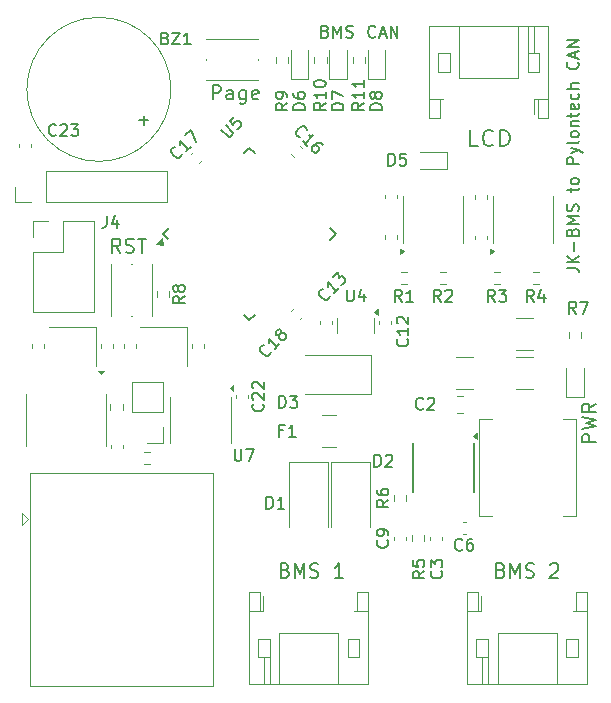
<source format=gbr>
%TF.GenerationSoftware,KiCad,Pcbnew,8.0.2*%
%TF.CreationDate,2024-06-12T01:24:27+02:00*%
%TF.ProjectId,JK-BMS_CAN,4a4b2d42-4d53-45f4-9341-4e2e6b696361,rev?*%
%TF.SameCoordinates,Original*%
%TF.FileFunction,Legend,Top*%
%TF.FilePolarity,Positive*%
%FSLAX46Y46*%
G04 Gerber Fmt 4.6, Leading zero omitted, Abs format (unit mm)*
G04 Created by KiCad (PCBNEW 8.0.2) date 2024-06-12 01:24:27*
%MOMM*%
%LPD*%
G01*
G04 APERTURE LIST*
%ADD10C,0.153000*%
%ADD11C,0.150000*%
%ADD12C,0.120000*%
%ADD13C,0.100000*%
G04 APERTURE END LIST*
D10*
X130619663Y-93875533D02*
X131333948Y-93875533D01*
X131333948Y-93875533D02*
X131476805Y-93923152D01*
X131476805Y-93923152D02*
X131572044Y-94018390D01*
X131572044Y-94018390D02*
X131619663Y-94161247D01*
X131619663Y-94161247D02*
X131619663Y-94256485D01*
X131619663Y-93399342D02*
X130619663Y-93399342D01*
X131619663Y-92827914D02*
X131048234Y-93256485D01*
X130619663Y-92827914D02*
X131191091Y-93399342D01*
X131238710Y-92399342D02*
X131238710Y-91637438D01*
X131095853Y-90827914D02*
X131143472Y-90685057D01*
X131143472Y-90685057D02*
X131191091Y-90637438D01*
X131191091Y-90637438D02*
X131286329Y-90589819D01*
X131286329Y-90589819D02*
X131429186Y-90589819D01*
X131429186Y-90589819D02*
X131524424Y-90637438D01*
X131524424Y-90637438D02*
X131572044Y-90685057D01*
X131572044Y-90685057D02*
X131619663Y-90780295D01*
X131619663Y-90780295D02*
X131619663Y-91161247D01*
X131619663Y-91161247D02*
X130619663Y-91161247D01*
X130619663Y-91161247D02*
X130619663Y-90827914D01*
X130619663Y-90827914D02*
X130667282Y-90732676D01*
X130667282Y-90732676D02*
X130714901Y-90685057D01*
X130714901Y-90685057D02*
X130810139Y-90637438D01*
X130810139Y-90637438D02*
X130905377Y-90637438D01*
X130905377Y-90637438D02*
X131000615Y-90685057D01*
X131000615Y-90685057D02*
X131048234Y-90732676D01*
X131048234Y-90732676D02*
X131095853Y-90827914D01*
X131095853Y-90827914D02*
X131095853Y-91161247D01*
X131619663Y-90161247D02*
X130619663Y-90161247D01*
X130619663Y-90161247D02*
X131333948Y-89827914D01*
X131333948Y-89827914D02*
X130619663Y-89494581D01*
X130619663Y-89494581D02*
X131619663Y-89494581D01*
X131572044Y-89066009D02*
X131619663Y-88923152D01*
X131619663Y-88923152D02*
X131619663Y-88685057D01*
X131619663Y-88685057D02*
X131572044Y-88589819D01*
X131572044Y-88589819D02*
X131524424Y-88542200D01*
X131524424Y-88542200D02*
X131429186Y-88494581D01*
X131429186Y-88494581D02*
X131333948Y-88494581D01*
X131333948Y-88494581D02*
X131238710Y-88542200D01*
X131238710Y-88542200D02*
X131191091Y-88589819D01*
X131191091Y-88589819D02*
X131143472Y-88685057D01*
X131143472Y-88685057D02*
X131095853Y-88875533D01*
X131095853Y-88875533D02*
X131048234Y-88970771D01*
X131048234Y-88970771D02*
X131000615Y-89018390D01*
X131000615Y-89018390D02*
X130905377Y-89066009D01*
X130905377Y-89066009D02*
X130810139Y-89066009D01*
X130810139Y-89066009D02*
X130714901Y-89018390D01*
X130714901Y-89018390D02*
X130667282Y-88970771D01*
X130667282Y-88970771D02*
X130619663Y-88875533D01*
X130619663Y-88875533D02*
X130619663Y-88637438D01*
X130619663Y-88637438D02*
X130667282Y-88494581D01*
X130952996Y-87446961D02*
X130952996Y-87066009D01*
X130619663Y-87304104D02*
X131476805Y-87304104D01*
X131476805Y-87304104D02*
X131572044Y-87256485D01*
X131572044Y-87256485D02*
X131619663Y-87161247D01*
X131619663Y-87161247D02*
X131619663Y-87066009D01*
X131619663Y-86589818D02*
X131572044Y-86685056D01*
X131572044Y-86685056D02*
X131524424Y-86732675D01*
X131524424Y-86732675D02*
X131429186Y-86780294D01*
X131429186Y-86780294D02*
X131143472Y-86780294D01*
X131143472Y-86780294D02*
X131048234Y-86732675D01*
X131048234Y-86732675D02*
X131000615Y-86685056D01*
X131000615Y-86685056D02*
X130952996Y-86589818D01*
X130952996Y-86589818D02*
X130952996Y-86446961D01*
X130952996Y-86446961D02*
X131000615Y-86351723D01*
X131000615Y-86351723D02*
X131048234Y-86304104D01*
X131048234Y-86304104D02*
X131143472Y-86256485D01*
X131143472Y-86256485D02*
X131429186Y-86256485D01*
X131429186Y-86256485D02*
X131524424Y-86304104D01*
X131524424Y-86304104D02*
X131572044Y-86351723D01*
X131572044Y-86351723D02*
X131619663Y-86446961D01*
X131619663Y-86446961D02*
X131619663Y-86589818D01*
X131619663Y-85066008D02*
X130619663Y-85066008D01*
X130619663Y-85066008D02*
X130619663Y-84685056D01*
X130619663Y-84685056D02*
X130667282Y-84589818D01*
X130667282Y-84589818D02*
X130714901Y-84542199D01*
X130714901Y-84542199D02*
X130810139Y-84494580D01*
X130810139Y-84494580D02*
X130952996Y-84494580D01*
X130952996Y-84494580D02*
X131048234Y-84542199D01*
X131048234Y-84542199D02*
X131095853Y-84589818D01*
X131095853Y-84589818D02*
X131143472Y-84685056D01*
X131143472Y-84685056D02*
X131143472Y-85066008D01*
X130952996Y-84161246D02*
X131619663Y-83923151D01*
X130952996Y-83685056D02*
X131619663Y-83923151D01*
X131619663Y-83923151D02*
X131857758Y-84018389D01*
X131857758Y-84018389D02*
X131905377Y-84066008D01*
X131905377Y-84066008D02*
X131952996Y-84161246D01*
X131619663Y-83161246D02*
X131572044Y-83256484D01*
X131572044Y-83256484D02*
X131476805Y-83304103D01*
X131476805Y-83304103D02*
X130619663Y-83304103D01*
X131619663Y-82637436D02*
X131572044Y-82732674D01*
X131572044Y-82732674D02*
X131524424Y-82780293D01*
X131524424Y-82780293D02*
X131429186Y-82827912D01*
X131429186Y-82827912D02*
X131143472Y-82827912D01*
X131143472Y-82827912D02*
X131048234Y-82780293D01*
X131048234Y-82780293D02*
X131000615Y-82732674D01*
X131000615Y-82732674D02*
X130952996Y-82637436D01*
X130952996Y-82637436D02*
X130952996Y-82494579D01*
X130952996Y-82494579D02*
X131000615Y-82399341D01*
X131000615Y-82399341D02*
X131048234Y-82351722D01*
X131048234Y-82351722D02*
X131143472Y-82304103D01*
X131143472Y-82304103D02*
X131429186Y-82304103D01*
X131429186Y-82304103D02*
X131524424Y-82351722D01*
X131524424Y-82351722D02*
X131572044Y-82399341D01*
X131572044Y-82399341D02*
X131619663Y-82494579D01*
X131619663Y-82494579D02*
X131619663Y-82637436D01*
X130952996Y-81875531D02*
X131619663Y-81875531D01*
X131048234Y-81875531D02*
X131000615Y-81827912D01*
X131000615Y-81827912D02*
X130952996Y-81732674D01*
X130952996Y-81732674D02*
X130952996Y-81589817D01*
X130952996Y-81589817D02*
X131000615Y-81494579D01*
X131000615Y-81494579D02*
X131095853Y-81446960D01*
X131095853Y-81446960D02*
X131619663Y-81446960D01*
X130952996Y-81113626D02*
X130952996Y-80732674D01*
X130619663Y-80970769D02*
X131476805Y-80970769D01*
X131476805Y-80970769D02*
X131572044Y-80923150D01*
X131572044Y-80923150D02*
X131619663Y-80827912D01*
X131619663Y-80827912D02*
X131619663Y-80732674D01*
X131572044Y-80018388D02*
X131619663Y-80113626D01*
X131619663Y-80113626D02*
X131619663Y-80304102D01*
X131619663Y-80304102D02*
X131572044Y-80399340D01*
X131572044Y-80399340D02*
X131476805Y-80446959D01*
X131476805Y-80446959D02*
X131095853Y-80446959D01*
X131095853Y-80446959D02*
X131000615Y-80399340D01*
X131000615Y-80399340D02*
X130952996Y-80304102D01*
X130952996Y-80304102D02*
X130952996Y-80113626D01*
X130952996Y-80113626D02*
X131000615Y-80018388D01*
X131000615Y-80018388D02*
X131095853Y-79970769D01*
X131095853Y-79970769D02*
X131191091Y-79970769D01*
X131191091Y-79970769D02*
X131286329Y-80446959D01*
X131572044Y-79113626D02*
X131619663Y-79208864D01*
X131619663Y-79208864D02*
X131619663Y-79399340D01*
X131619663Y-79399340D02*
X131572044Y-79494578D01*
X131572044Y-79494578D02*
X131524424Y-79542197D01*
X131524424Y-79542197D02*
X131429186Y-79589816D01*
X131429186Y-79589816D02*
X131143472Y-79589816D01*
X131143472Y-79589816D02*
X131048234Y-79542197D01*
X131048234Y-79542197D02*
X131000615Y-79494578D01*
X131000615Y-79494578D02*
X130952996Y-79399340D01*
X130952996Y-79399340D02*
X130952996Y-79208864D01*
X130952996Y-79208864D02*
X131000615Y-79113626D01*
X131619663Y-78685054D02*
X130619663Y-78685054D01*
X131619663Y-78256483D02*
X131095853Y-78256483D01*
X131095853Y-78256483D02*
X131000615Y-78304102D01*
X131000615Y-78304102D02*
X130952996Y-78399340D01*
X130952996Y-78399340D02*
X130952996Y-78542197D01*
X130952996Y-78542197D02*
X131000615Y-78637435D01*
X131000615Y-78637435D02*
X131048234Y-78685054D01*
X131524424Y-76446959D02*
X131572044Y-76494578D01*
X131572044Y-76494578D02*
X131619663Y-76637435D01*
X131619663Y-76637435D02*
X131619663Y-76732673D01*
X131619663Y-76732673D02*
X131572044Y-76875530D01*
X131572044Y-76875530D02*
X131476805Y-76970768D01*
X131476805Y-76970768D02*
X131381567Y-77018387D01*
X131381567Y-77018387D02*
X131191091Y-77066006D01*
X131191091Y-77066006D02*
X131048234Y-77066006D01*
X131048234Y-77066006D02*
X130857758Y-77018387D01*
X130857758Y-77018387D02*
X130762520Y-76970768D01*
X130762520Y-76970768D02*
X130667282Y-76875530D01*
X130667282Y-76875530D02*
X130619663Y-76732673D01*
X130619663Y-76732673D02*
X130619663Y-76637435D01*
X130619663Y-76637435D02*
X130667282Y-76494578D01*
X130667282Y-76494578D02*
X130714901Y-76446959D01*
X131333948Y-76066006D02*
X131333948Y-75589816D01*
X131619663Y-76161244D02*
X130619663Y-75827911D01*
X130619663Y-75827911D02*
X131619663Y-75494578D01*
X131619663Y-75161244D02*
X130619663Y-75161244D01*
X130619663Y-75161244D02*
X131619663Y-74589816D01*
X131619663Y-74589816D02*
X130619663Y-74589816D01*
X100636371Y-79595186D02*
X100636371Y-78395186D01*
X100636371Y-78395186D02*
X101093514Y-78395186D01*
X101093514Y-78395186D02*
X101207799Y-78452329D01*
X101207799Y-78452329D02*
X101264942Y-78509472D01*
X101264942Y-78509472D02*
X101322085Y-78623758D01*
X101322085Y-78623758D02*
X101322085Y-78795186D01*
X101322085Y-78795186D02*
X101264942Y-78909472D01*
X101264942Y-78909472D02*
X101207799Y-78966615D01*
X101207799Y-78966615D02*
X101093514Y-79023758D01*
X101093514Y-79023758D02*
X100636371Y-79023758D01*
X102350657Y-79595186D02*
X102350657Y-78966615D01*
X102350657Y-78966615D02*
X102293514Y-78852329D01*
X102293514Y-78852329D02*
X102179228Y-78795186D01*
X102179228Y-78795186D02*
X101950657Y-78795186D01*
X101950657Y-78795186D02*
X101836371Y-78852329D01*
X102350657Y-79538044D02*
X102236371Y-79595186D01*
X102236371Y-79595186D02*
X101950657Y-79595186D01*
X101950657Y-79595186D02*
X101836371Y-79538044D01*
X101836371Y-79538044D02*
X101779228Y-79423758D01*
X101779228Y-79423758D02*
X101779228Y-79309472D01*
X101779228Y-79309472D02*
X101836371Y-79195186D01*
X101836371Y-79195186D02*
X101950657Y-79138044D01*
X101950657Y-79138044D02*
X102236371Y-79138044D01*
X102236371Y-79138044D02*
X102350657Y-79080901D01*
X103436371Y-78795186D02*
X103436371Y-79766615D01*
X103436371Y-79766615D02*
X103379228Y-79880901D01*
X103379228Y-79880901D02*
X103322085Y-79938044D01*
X103322085Y-79938044D02*
X103207799Y-79995186D01*
X103207799Y-79995186D02*
X103036371Y-79995186D01*
X103036371Y-79995186D02*
X102922085Y-79938044D01*
X103436371Y-79538044D02*
X103322085Y-79595186D01*
X103322085Y-79595186D02*
X103093513Y-79595186D01*
X103093513Y-79595186D02*
X102979228Y-79538044D01*
X102979228Y-79538044D02*
X102922085Y-79480901D01*
X102922085Y-79480901D02*
X102864942Y-79366615D01*
X102864942Y-79366615D02*
X102864942Y-79023758D01*
X102864942Y-79023758D02*
X102922085Y-78909472D01*
X102922085Y-78909472D02*
X102979228Y-78852329D01*
X102979228Y-78852329D02*
X103093513Y-78795186D01*
X103093513Y-78795186D02*
X103322085Y-78795186D01*
X103322085Y-78795186D02*
X103436371Y-78852329D01*
X104464942Y-79538044D02*
X104350656Y-79595186D01*
X104350656Y-79595186D02*
X104122085Y-79595186D01*
X104122085Y-79595186D02*
X104007799Y-79538044D01*
X104007799Y-79538044D02*
X103950656Y-79423758D01*
X103950656Y-79423758D02*
X103950656Y-78966615D01*
X103950656Y-78966615D02*
X104007799Y-78852329D01*
X104007799Y-78852329D02*
X104122085Y-78795186D01*
X104122085Y-78795186D02*
X104350656Y-78795186D01*
X104350656Y-78795186D02*
X104464942Y-78852329D01*
X104464942Y-78852329D02*
X104522085Y-78966615D01*
X104522085Y-78966615D02*
X104522085Y-79080901D01*
X104522085Y-79080901D02*
X103950656Y-79195186D01*
X123100657Y-83570710D02*
X122433990Y-83570710D01*
X122433990Y-83570710D02*
X122433990Y-82170710D01*
X124367323Y-83437377D02*
X124300656Y-83504044D01*
X124300656Y-83504044D02*
X124100656Y-83570710D01*
X124100656Y-83570710D02*
X123967323Y-83570710D01*
X123967323Y-83570710D02*
X123767323Y-83504044D01*
X123767323Y-83504044D02*
X123633990Y-83370710D01*
X123633990Y-83370710D02*
X123567323Y-83237377D01*
X123567323Y-83237377D02*
X123500656Y-82970710D01*
X123500656Y-82970710D02*
X123500656Y-82770710D01*
X123500656Y-82770710D02*
X123567323Y-82504044D01*
X123567323Y-82504044D02*
X123633990Y-82370710D01*
X123633990Y-82370710D02*
X123767323Y-82237377D01*
X123767323Y-82237377D02*
X123967323Y-82170710D01*
X123967323Y-82170710D02*
X124100656Y-82170710D01*
X124100656Y-82170710D02*
X124300656Y-82237377D01*
X124300656Y-82237377D02*
X124367323Y-82304044D01*
X124967323Y-83570710D02*
X124967323Y-82170710D01*
X124967323Y-82170710D02*
X125300656Y-82170710D01*
X125300656Y-82170710D02*
X125500656Y-82237377D01*
X125500656Y-82237377D02*
X125633990Y-82370710D01*
X125633990Y-82370710D02*
X125700656Y-82504044D01*
X125700656Y-82504044D02*
X125767323Y-82770710D01*
X125767323Y-82770710D02*
X125767323Y-82970710D01*
X125767323Y-82970710D02*
X125700656Y-83237377D01*
X125700656Y-83237377D02*
X125633990Y-83370710D01*
X125633990Y-83370710D02*
X125500656Y-83504044D01*
X125500656Y-83504044D02*
X125300656Y-83570710D01*
X125300656Y-83570710D02*
X124967323Y-83570710D01*
X92822085Y-92595186D02*
X92422085Y-92023758D01*
X92136371Y-92595186D02*
X92136371Y-91395186D01*
X92136371Y-91395186D02*
X92593514Y-91395186D01*
X92593514Y-91395186D02*
X92707799Y-91452329D01*
X92707799Y-91452329D02*
X92764942Y-91509472D01*
X92764942Y-91509472D02*
X92822085Y-91623758D01*
X92822085Y-91623758D02*
X92822085Y-91795186D01*
X92822085Y-91795186D02*
X92764942Y-91909472D01*
X92764942Y-91909472D02*
X92707799Y-91966615D01*
X92707799Y-91966615D02*
X92593514Y-92023758D01*
X92593514Y-92023758D02*
X92136371Y-92023758D01*
X93279228Y-92538044D02*
X93450657Y-92595186D01*
X93450657Y-92595186D02*
X93736371Y-92595186D01*
X93736371Y-92595186D02*
X93850657Y-92538044D01*
X93850657Y-92538044D02*
X93907799Y-92480901D01*
X93907799Y-92480901D02*
X93964942Y-92366615D01*
X93964942Y-92366615D02*
X93964942Y-92252329D01*
X93964942Y-92252329D02*
X93907799Y-92138044D01*
X93907799Y-92138044D02*
X93850657Y-92080901D01*
X93850657Y-92080901D02*
X93736371Y-92023758D01*
X93736371Y-92023758D02*
X93507799Y-91966615D01*
X93507799Y-91966615D02*
X93393514Y-91909472D01*
X93393514Y-91909472D02*
X93336371Y-91852329D01*
X93336371Y-91852329D02*
X93279228Y-91738044D01*
X93279228Y-91738044D02*
X93279228Y-91623758D01*
X93279228Y-91623758D02*
X93336371Y-91509472D01*
X93336371Y-91509472D02*
X93393514Y-91452329D01*
X93393514Y-91452329D02*
X93507799Y-91395186D01*
X93507799Y-91395186D02*
X93793514Y-91395186D01*
X93793514Y-91395186D02*
X93964942Y-91452329D01*
X94307799Y-91395186D02*
X94993514Y-91395186D01*
X94650656Y-92595186D02*
X94650656Y-91395186D01*
X110172085Y-73845853D02*
X110314942Y-73893472D01*
X110314942Y-73893472D02*
X110362561Y-73941091D01*
X110362561Y-73941091D02*
X110410180Y-74036329D01*
X110410180Y-74036329D02*
X110410180Y-74179186D01*
X110410180Y-74179186D02*
X110362561Y-74274424D01*
X110362561Y-74274424D02*
X110314942Y-74322044D01*
X110314942Y-74322044D02*
X110219704Y-74369663D01*
X110219704Y-74369663D02*
X109838752Y-74369663D01*
X109838752Y-74369663D02*
X109838752Y-73369663D01*
X109838752Y-73369663D02*
X110172085Y-73369663D01*
X110172085Y-73369663D02*
X110267323Y-73417282D01*
X110267323Y-73417282D02*
X110314942Y-73464901D01*
X110314942Y-73464901D02*
X110362561Y-73560139D01*
X110362561Y-73560139D02*
X110362561Y-73655377D01*
X110362561Y-73655377D02*
X110314942Y-73750615D01*
X110314942Y-73750615D02*
X110267323Y-73798234D01*
X110267323Y-73798234D02*
X110172085Y-73845853D01*
X110172085Y-73845853D02*
X109838752Y-73845853D01*
X110838752Y-74369663D02*
X110838752Y-73369663D01*
X110838752Y-73369663D02*
X111172085Y-74083948D01*
X111172085Y-74083948D02*
X111505418Y-73369663D01*
X111505418Y-73369663D02*
X111505418Y-74369663D01*
X111933990Y-74322044D02*
X112076847Y-74369663D01*
X112076847Y-74369663D02*
X112314942Y-74369663D01*
X112314942Y-74369663D02*
X112410180Y-74322044D01*
X112410180Y-74322044D02*
X112457799Y-74274424D01*
X112457799Y-74274424D02*
X112505418Y-74179186D01*
X112505418Y-74179186D02*
X112505418Y-74083948D01*
X112505418Y-74083948D02*
X112457799Y-73988710D01*
X112457799Y-73988710D02*
X112410180Y-73941091D01*
X112410180Y-73941091D02*
X112314942Y-73893472D01*
X112314942Y-73893472D02*
X112124466Y-73845853D01*
X112124466Y-73845853D02*
X112029228Y-73798234D01*
X112029228Y-73798234D02*
X111981609Y-73750615D01*
X111981609Y-73750615D02*
X111933990Y-73655377D01*
X111933990Y-73655377D02*
X111933990Y-73560139D01*
X111933990Y-73560139D02*
X111981609Y-73464901D01*
X111981609Y-73464901D02*
X112029228Y-73417282D01*
X112029228Y-73417282D02*
X112124466Y-73369663D01*
X112124466Y-73369663D02*
X112362561Y-73369663D01*
X112362561Y-73369663D02*
X112505418Y-73417282D01*
X106786371Y-119466615D02*
X106957799Y-119523758D01*
X106957799Y-119523758D02*
X107014942Y-119580901D01*
X107014942Y-119580901D02*
X107072085Y-119695186D01*
X107072085Y-119695186D02*
X107072085Y-119866615D01*
X107072085Y-119866615D02*
X107014942Y-119980901D01*
X107014942Y-119980901D02*
X106957799Y-120038044D01*
X106957799Y-120038044D02*
X106843514Y-120095186D01*
X106843514Y-120095186D02*
X106386371Y-120095186D01*
X106386371Y-120095186D02*
X106386371Y-118895186D01*
X106386371Y-118895186D02*
X106786371Y-118895186D01*
X106786371Y-118895186D02*
X106900657Y-118952329D01*
X106900657Y-118952329D02*
X106957799Y-119009472D01*
X106957799Y-119009472D02*
X107014942Y-119123758D01*
X107014942Y-119123758D02*
X107014942Y-119238044D01*
X107014942Y-119238044D02*
X106957799Y-119352329D01*
X106957799Y-119352329D02*
X106900657Y-119409472D01*
X106900657Y-119409472D02*
X106786371Y-119466615D01*
X106786371Y-119466615D02*
X106386371Y-119466615D01*
X107586371Y-120095186D02*
X107586371Y-118895186D01*
X107586371Y-118895186D02*
X107986371Y-119752329D01*
X107986371Y-119752329D02*
X108386371Y-118895186D01*
X108386371Y-118895186D02*
X108386371Y-120095186D01*
X108900657Y-120038044D02*
X109072086Y-120095186D01*
X109072086Y-120095186D02*
X109357800Y-120095186D01*
X109357800Y-120095186D02*
X109472086Y-120038044D01*
X109472086Y-120038044D02*
X109529228Y-119980901D01*
X109529228Y-119980901D02*
X109586371Y-119866615D01*
X109586371Y-119866615D02*
X109586371Y-119752329D01*
X109586371Y-119752329D02*
X109529228Y-119638044D01*
X109529228Y-119638044D02*
X109472086Y-119580901D01*
X109472086Y-119580901D02*
X109357800Y-119523758D01*
X109357800Y-119523758D02*
X109129228Y-119466615D01*
X109129228Y-119466615D02*
X109014943Y-119409472D01*
X109014943Y-119409472D02*
X108957800Y-119352329D01*
X108957800Y-119352329D02*
X108900657Y-119238044D01*
X108900657Y-119238044D02*
X108900657Y-119123758D01*
X108900657Y-119123758D02*
X108957800Y-119009472D01*
X108957800Y-119009472D02*
X109014943Y-118952329D01*
X109014943Y-118952329D02*
X109129228Y-118895186D01*
X109129228Y-118895186D02*
X109414943Y-118895186D01*
X109414943Y-118895186D02*
X109586371Y-118952329D01*
X111643514Y-120095186D02*
X110957800Y-120095186D01*
X111300657Y-120095186D02*
X111300657Y-118895186D01*
X111300657Y-118895186D02*
X111186371Y-119066615D01*
X111186371Y-119066615D02*
X111072086Y-119180901D01*
X111072086Y-119180901D02*
X110957800Y-119238044D01*
X125036371Y-119466615D02*
X125207799Y-119523758D01*
X125207799Y-119523758D02*
X125264942Y-119580901D01*
X125264942Y-119580901D02*
X125322085Y-119695186D01*
X125322085Y-119695186D02*
X125322085Y-119866615D01*
X125322085Y-119866615D02*
X125264942Y-119980901D01*
X125264942Y-119980901D02*
X125207799Y-120038044D01*
X125207799Y-120038044D02*
X125093514Y-120095186D01*
X125093514Y-120095186D02*
X124636371Y-120095186D01*
X124636371Y-120095186D02*
X124636371Y-118895186D01*
X124636371Y-118895186D02*
X125036371Y-118895186D01*
X125036371Y-118895186D02*
X125150657Y-118952329D01*
X125150657Y-118952329D02*
X125207799Y-119009472D01*
X125207799Y-119009472D02*
X125264942Y-119123758D01*
X125264942Y-119123758D02*
X125264942Y-119238044D01*
X125264942Y-119238044D02*
X125207799Y-119352329D01*
X125207799Y-119352329D02*
X125150657Y-119409472D01*
X125150657Y-119409472D02*
X125036371Y-119466615D01*
X125036371Y-119466615D02*
X124636371Y-119466615D01*
X125836371Y-120095186D02*
X125836371Y-118895186D01*
X125836371Y-118895186D02*
X126236371Y-119752329D01*
X126236371Y-119752329D02*
X126636371Y-118895186D01*
X126636371Y-118895186D02*
X126636371Y-120095186D01*
X127150657Y-120038044D02*
X127322086Y-120095186D01*
X127322086Y-120095186D02*
X127607800Y-120095186D01*
X127607800Y-120095186D02*
X127722086Y-120038044D01*
X127722086Y-120038044D02*
X127779228Y-119980901D01*
X127779228Y-119980901D02*
X127836371Y-119866615D01*
X127836371Y-119866615D02*
X127836371Y-119752329D01*
X127836371Y-119752329D02*
X127779228Y-119638044D01*
X127779228Y-119638044D02*
X127722086Y-119580901D01*
X127722086Y-119580901D02*
X127607800Y-119523758D01*
X127607800Y-119523758D02*
X127379228Y-119466615D01*
X127379228Y-119466615D02*
X127264943Y-119409472D01*
X127264943Y-119409472D02*
X127207800Y-119352329D01*
X127207800Y-119352329D02*
X127150657Y-119238044D01*
X127150657Y-119238044D02*
X127150657Y-119123758D01*
X127150657Y-119123758D02*
X127207800Y-119009472D01*
X127207800Y-119009472D02*
X127264943Y-118952329D01*
X127264943Y-118952329D02*
X127379228Y-118895186D01*
X127379228Y-118895186D02*
X127664943Y-118895186D01*
X127664943Y-118895186D02*
X127836371Y-118952329D01*
X129207800Y-119009472D02*
X129264943Y-118952329D01*
X129264943Y-118952329D02*
X129379229Y-118895186D01*
X129379229Y-118895186D02*
X129664943Y-118895186D01*
X129664943Y-118895186D02*
X129779229Y-118952329D01*
X129779229Y-118952329D02*
X129836371Y-119009472D01*
X129836371Y-119009472D02*
X129893514Y-119123758D01*
X129893514Y-119123758D02*
X129893514Y-119238044D01*
X129893514Y-119238044D02*
X129836371Y-119409472D01*
X129836371Y-119409472D02*
X129150657Y-120095186D01*
X129150657Y-120095186D02*
X129893514Y-120095186D01*
X114410180Y-74274424D02*
X114362561Y-74322044D01*
X114362561Y-74322044D02*
X114219704Y-74369663D01*
X114219704Y-74369663D02*
X114124466Y-74369663D01*
X114124466Y-74369663D02*
X113981609Y-74322044D01*
X113981609Y-74322044D02*
X113886371Y-74226805D01*
X113886371Y-74226805D02*
X113838752Y-74131567D01*
X113838752Y-74131567D02*
X113791133Y-73941091D01*
X113791133Y-73941091D02*
X113791133Y-73798234D01*
X113791133Y-73798234D02*
X113838752Y-73607758D01*
X113838752Y-73607758D02*
X113886371Y-73512520D01*
X113886371Y-73512520D02*
X113981609Y-73417282D01*
X113981609Y-73417282D02*
X114124466Y-73369663D01*
X114124466Y-73369663D02*
X114219704Y-73369663D01*
X114219704Y-73369663D02*
X114362561Y-73417282D01*
X114362561Y-73417282D02*
X114410180Y-73464901D01*
X114791133Y-74083948D02*
X115267323Y-74083948D01*
X114695895Y-74369663D02*
X115029228Y-73369663D01*
X115029228Y-73369663D02*
X115362561Y-74369663D01*
X115695895Y-74369663D02*
X115695895Y-73369663D01*
X115695895Y-73369663D02*
X116267323Y-74369663D01*
X116267323Y-74369663D02*
X116267323Y-73369663D01*
X133095186Y-108613628D02*
X131895186Y-108613628D01*
X131895186Y-108613628D02*
X131895186Y-108156485D01*
X131895186Y-108156485D02*
X131952329Y-108042200D01*
X131952329Y-108042200D02*
X132009472Y-107985057D01*
X132009472Y-107985057D02*
X132123758Y-107927914D01*
X132123758Y-107927914D02*
X132295186Y-107927914D01*
X132295186Y-107927914D02*
X132409472Y-107985057D01*
X132409472Y-107985057D02*
X132466615Y-108042200D01*
X132466615Y-108042200D02*
X132523758Y-108156485D01*
X132523758Y-108156485D02*
X132523758Y-108613628D01*
X131895186Y-107527914D02*
X133095186Y-107242200D01*
X133095186Y-107242200D02*
X132238044Y-107013628D01*
X132238044Y-107013628D02*
X133095186Y-106785057D01*
X133095186Y-106785057D02*
X131895186Y-106499343D01*
X133095186Y-105356485D02*
X132523758Y-105756485D01*
X133095186Y-106042199D02*
X131895186Y-106042199D01*
X131895186Y-106042199D02*
X131895186Y-105585056D01*
X131895186Y-105585056D02*
X131952329Y-105470771D01*
X131952329Y-105470771D02*
X132009472Y-105413628D01*
X132009472Y-105413628D02*
X132123758Y-105356485D01*
X132123758Y-105356485D02*
X132295186Y-105356485D01*
X132295186Y-105356485D02*
X132409472Y-105413628D01*
X132409472Y-105413628D02*
X132466615Y-105470771D01*
X132466615Y-105470771D02*
X132523758Y-105585056D01*
X132523758Y-105585056D02*
X132523758Y-106042199D01*
D11*
X104884580Y-105392857D02*
X104932200Y-105440476D01*
X104932200Y-105440476D02*
X104979819Y-105583333D01*
X104979819Y-105583333D02*
X104979819Y-105678571D01*
X104979819Y-105678571D02*
X104932200Y-105821428D01*
X104932200Y-105821428D02*
X104836961Y-105916666D01*
X104836961Y-105916666D02*
X104741723Y-105964285D01*
X104741723Y-105964285D02*
X104551247Y-106011904D01*
X104551247Y-106011904D02*
X104408390Y-106011904D01*
X104408390Y-106011904D02*
X104217914Y-105964285D01*
X104217914Y-105964285D02*
X104122676Y-105916666D01*
X104122676Y-105916666D02*
X104027438Y-105821428D01*
X104027438Y-105821428D02*
X103979819Y-105678571D01*
X103979819Y-105678571D02*
X103979819Y-105583333D01*
X103979819Y-105583333D02*
X104027438Y-105440476D01*
X104027438Y-105440476D02*
X104075057Y-105392857D01*
X104075057Y-105011904D02*
X104027438Y-104964285D01*
X104027438Y-104964285D02*
X103979819Y-104869047D01*
X103979819Y-104869047D02*
X103979819Y-104630952D01*
X103979819Y-104630952D02*
X104027438Y-104535714D01*
X104027438Y-104535714D02*
X104075057Y-104488095D01*
X104075057Y-104488095D02*
X104170295Y-104440476D01*
X104170295Y-104440476D02*
X104265533Y-104440476D01*
X104265533Y-104440476D02*
X104408390Y-104488095D01*
X104408390Y-104488095D02*
X104979819Y-105059523D01*
X104979819Y-105059523D02*
X104979819Y-104440476D01*
X104075057Y-104059523D02*
X104027438Y-104011904D01*
X104027438Y-104011904D02*
X103979819Y-103916666D01*
X103979819Y-103916666D02*
X103979819Y-103678571D01*
X103979819Y-103678571D02*
X104027438Y-103583333D01*
X104027438Y-103583333D02*
X104075057Y-103535714D01*
X104075057Y-103535714D02*
X104170295Y-103488095D01*
X104170295Y-103488095D02*
X104265533Y-103488095D01*
X104265533Y-103488095D02*
X104408390Y-103535714D01*
X104408390Y-103535714D02*
X104979819Y-104107142D01*
X104979819Y-104107142D02*
X104979819Y-103488095D01*
X131405333Y-97736819D02*
X131072000Y-97260628D01*
X130833905Y-97736819D02*
X130833905Y-96736819D01*
X130833905Y-96736819D02*
X131214857Y-96736819D01*
X131214857Y-96736819D02*
X131310095Y-96784438D01*
X131310095Y-96784438D02*
X131357714Y-96832057D01*
X131357714Y-96832057D02*
X131405333Y-96927295D01*
X131405333Y-96927295D02*
X131405333Y-97070152D01*
X131405333Y-97070152D02*
X131357714Y-97165390D01*
X131357714Y-97165390D02*
X131310095Y-97213009D01*
X131310095Y-97213009D02*
X131214857Y-97260628D01*
X131214857Y-97260628D02*
X130833905Y-97260628D01*
X131738667Y-96736819D02*
X132405333Y-96736819D01*
X132405333Y-96736819D02*
X131976762Y-97736819D01*
X106261905Y-105704819D02*
X106261905Y-104704819D01*
X106261905Y-104704819D02*
X106500000Y-104704819D01*
X106500000Y-104704819D02*
X106642857Y-104752438D01*
X106642857Y-104752438D02*
X106738095Y-104847676D01*
X106738095Y-104847676D02*
X106785714Y-104942914D01*
X106785714Y-104942914D02*
X106833333Y-105133390D01*
X106833333Y-105133390D02*
X106833333Y-105276247D01*
X106833333Y-105276247D02*
X106785714Y-105466723D01*
X106785714Y-105466723D02*
X106738095Y-105561961D01*
X106738095Y-105561961D02*
X106642857Y-105657200D01*
X106642857Y-105657200D02*
X106500000Y-105704819D01*
X106500000Y-105704819D02*
X106261905Y-105704819D01*
X107166667Y-104704819D02*
X107785714Y-104704819D01*
X107785714Y-104704819D02*
X107452381Y-105085771D01*
X107452381Y-105085771D02*
X107595238Y-105085771D01*
X107595238Y-105085771D02*
X107690476Y-105133390D01*
X107690476Y-105133390D02*
X107738095Y-105181009D01*
X107738095Y-105181009D02*
X107785714Y-105276247D01*
X107785714Y-105276247D02*
X107785714Y-105514342D01*
X107785714Y-105514342D02*
X107738095Y-105609580D01*
X107738095Y-105609580D02*
X107690476Y-105657200D01*
X107690476Y-105657200D02*
X107595238Y-105704819D01*
X107595238Y-105704819D02*
X107309524Y-105704819D01*
X107309524Y-105704819D02*
X107214286Y-105657200D01*
X107214286Y-105657200D02*
X107166667Y-105609580D01*
X118564819Y-119546666D02*
X118088628Y-119879999D01*
X118564819Y-120118094D02*
X117564819Y-120118094D01*
X117564819Y-120118094D02*
X117564819Y-119737142D01*
X117564819Y-119737142D02*
X117612438Y-119641904D01*
X117612438Y-119641904D02*
X117660057Y-119594285D01*
X117660057Y-119594285D02*
X117755295Y-119546666D01*
X117755295Y-119546666D02*
X117898152Y-119546666D01*
X117898152Y-119546666D02*
X117993390Y-119594285D01*
X117993390Y-119594285D02*
X118041009Y-119641904D01*
X118041009Y-119641904D02*
X118088628Y-119737142D01*
X118088628Y-119737142D02*
X118088628Y-120118094D01*
X117564819Y-118641904D02*
X117564819Y-119118094D01*
X117564819Y-119118094D02*
X118041009Y-119165713D01*
X118041009Y-119165713D02*
X117993390Y-119118094D01*
X117993390Y-119118094D02*
X117945771Y-119022856D01*
X117945771Y-119022856D02*
X117945771Y-118784761D01*
X117945771Y-118784761D02*
X117993390Y-118689523D01*
X117993390Y-118689523D02*
X118041009Y-118641904D01*
X118041009Y-118641904D02*
X118136247Y-118594285D01*
X118136247Y-118594285D02*
X118374342Y-118594285D01*
X118374342Y-118594285D02*
X118469580Y-118641904D01*
X118469580Y-118641904D02*
X118517200Y-118689523D01*
X118517200Y-118689523D02*
X118564819Y-118784761D01*
X118564819Y-118784761D02*
X118564819Y-119022856D01*
X118564819Y-119022856D02*
X118517200Y-119118094D01*
X118517200Y-119118094D02*
X118469580Y-119165713D01*
X110549693Y-96208830D02*
X110549693Y-96276174D01*
X110549693Y-96276174D02*
X110482349Y-96410861D01*
X110482349Y-96410861D02*
X110415006Y-96478204D01*
X110415006Y-96478204D02*
X110280319Y-96545548D01*
X110280319Y-96545548D02*
X110145632Y-96545548D01*
X110145632Y-96545548D02*
X110044617Y-96511876D01*
X110044617Y-96511876D02*
X109876258Y-96410861D01*
X109876258Y-96410861D02*
X109775243Y-96309846D01*
X109775243Y-96309846D02*
X109674227Y-96141487D01*
X109674227Y-96141487D02*
X109640556Y-96040472D01*
X109640556Y-96040472D02*
X109640556Y-95905785D01*
X109640556Y-95905785D02*
X109707899Y-95771098D01*
X109707899Y-95771098D02*
X109775243Y-95703754D01*
X109775243Y-95703754D02*
X109909930Y-95636411D01*
X109909930Y-95636411D02*
X109977273Y-95636411D01*
X111290471Y-95602739D02*
X110886410Y-96006800D01*
X111088441Y-95804769D02*
X110381334Y-95097663D01*
X110381334Y-95097663D02*
X110415006Y-95266021D01*
X110415006Y-95266021D02*
X110415006Y-95400708D01*
X110415006Y-95400708D02*
X110381334Y-95501724D01*
X110819067Y-94659930D02*
X111256800Y-94222197D01*
X111256800Y-94222197D02*
X111290472Y-94727273D01*
X111290472Y-94727273D02*
X111391487Y-94626258D01*
X111391487Y-94626258D02*
X111492502Y-94592586D01*
X111492502Y-94592586D02*
X111559846Y-94592586D01*
X111559846Y-94592586D02*
X111660861Y-94626258D01*
X111660861Y-94626258D02*
X111829220Y-94794617D01*
X111829220Y-94794617D02*
X111862891Y-94895632D01*
X111862891Y-94895632D02*
X111862891Y-94962975D01*
X111862891Y-94962975D02*
X111829220Y-95063991D01*
X111829220Y-95063991D02*
X111627189Y-95266021D01*
X111627189Y-95266021D02*
X111526174Y-95299693D01*
X111526174Y-95299693D02*
X111458830Y-95299693D01*
X98038530Y-84197667D02*
X98038530Y-84265011D01*
X98038530Y-84265011D02*
X97971186Y-84399698D01*
X97971186Y-84399698D02*
X97903843Y-84467041D01*
X97903843Y-84467041D02*
X97769156Y-84534385D01*
X97769156Y-84534385D02*
X97634469Y-84534385D01*
X97634469Y-84534385D02*
X97533454Y-84500713D01*
X97533454Y-84500713D02*
X97365095Y-84399698D01*
X97365095Y-84399698D02*
X97264080Y-84298683D01*
X97264080Y-84298683D02*
X97163064Y-84130324D01*
X97163064Y-84130324D02*
X97129393Y-84029309D01*
X97129393Y-84029309D02*
X97129393Y-83894622D01*
X97129393Y-83894622D02*
X97196736Y-83759935D01*
X97196736Y-83759935D02*
X97264080Y-83692591D01*
X97264080Y-83692591D02*
X97398767Y-83625248D01*
X97398767Y-83625248D02*
X97466110Y-83625248D01*
X98779308Y-83591576D02*
X98375247Y-83995637D01*
X98577278Y-83793606D02*
X97870171Y-83086500D01*
X97870171Y-83086500D02*
X97903843Y-83254858D01*
X97903843Y-83254858D02*
X97903843Y-83389545D01*
X97903843Y-83389545D02*
X97870171Y-83490561D01*
X98307904Y-82648767D02*
X98779309Y-82177362D01*
X98779309Y-82177362D02*
X99183370Y-83187515D01*
X115421580Y-116930466D02*
X115469200Y-116978085D01*
X115469200Y-116978085D02*
X115516819Y-117120942D01*
X115516819Y-117120942D02*
X115516819Y-117216180D01*
X115516819Y-117216180D02*
X115469200Y-117359037D01*
X115469200Y-117359037D02*
X115373961Y-117454275D01*
X115373961Y-117454275D02*
X115278723Y-117501894D01*
X115278723Y-117501894D02*
X115088247Y-117549513D01*
X115088247Y-117549513D02*
X114945390Y-117549513D01*
X114945390Y-117549513D02*
X114754914Y-117501894D01*
X114754914Y-117501894D02*
X114659676Y-117454275D01*
X114659676Y-117454275D02*
X114564438Y-117359037D01*
X114564438Y-117359037D02*
X114516819Y-117216180D01*
X114516819Y-117216180D02*
X114516819Y-117120942D01*
X114516819Y-117120942D02*
X114564438Y-116978085D01*
X114564438Y-116978085D02*
X114612057Y-116930466D01*
X115516819Y-116454275D02*
X115516819Y-116263799D01*
X115516819Y-116263799D02*
X115469200Y-116168561D01*
X115469200Y-116168561D02*
X115421580Y-116120942D01*
X115421580Y-116120942D02*
X115278723Y-116025704D01*
X115278723Y-116025704D02*
X115088247Y-115978085D01*
X115088247Y-115978085D02*
X114707295Y-115978085D01*
X114707295Y-115978085D02*
X114612057Y-116025704D01*
X114612057Y-116025704D02*
X114564438Y-116073323D01*
X114564438Y-116073323D02*
X114516819Y-116168561D01*
X114516819Y-116168561D02*
X114516819Y-116359037D01*
X114516819Y-116359037D02*
X114564438Y-116454275D01*
X114564438Y-116454275D02*
X114612057Y-116501894D01*
X114612057Y-116501894D02*
X114707295Y-116549513D01*
X114707295Y-116549513D02*
X114945390Y-116549513D01*
X114945390Y-116549513D02*
X115040628Y-116501894D01*
X115040628Y-116501894D02*
X115088247Y-116454275D01*
X115088247Y-116454275D02*
X115135866Y-116359037D01*
X115135866Y-116359037D02*
X115135866Y-116168561D01*
X115135866Y-116168561D02*
X115088247Y-116073323D01*
X115088247Y-116073323D02*
X115040628Y-116025704D01*
X115040628Y-116025704D02*
X114945390Y-115978085D01*
X114323905Y-110690819D02*
X114323905Y-109690819D01*
X114323905Y-109690819D02*
X114562000Y-109690819D01*
X114562000Y-109690819D02*
X114704857Y-109738438D01*
X114704857Y-109738438D02*
X114800095Y-109833676D01*
X114800095Y-109833676D02*
X114847714Y-109928914D01*
X114847714Y-109928914D02*
X114895333Y-110119390D01*
X114895333Y-110119390D02*
X114895333Y-110262247D01*
X114895333Y-110262247D02*
X114847714Y-110452723D01*
X114847714Y-110452723D02*
X114800095Y-110547961D01*
X114800095Y-110547961D02*
X114704857Y-110643200D01*
X114704857Y-110643200D02*
X114562000Y-110690819D01*
X114562000Y-110690819D02*
X114323905Y-110690819D01*
X115276286Y-109786057D02*
X115323905Y-109738438D01*
X115323905Y-109738438D02*
X115419143Y-109690819D01*
X115419143Y-109690819D02*
X115657238Y-109690819D01*
X115657238Y-109690819D02*
X115752476Y-109738438D01*
X115752476Y-109738438D02*
X115800095Y-109786057D01*
X115800095Y-109786057D02*
X115847714Y-109881295D01*
X115847714Y-109881295D02*
X115847714Y-109976533D01*
X115847714Y-109976533D02*
X115800095Y-110119390D01*
X115800095Y-110119390D02*
X115228667Y-110690819D01*
X115228667Y-110690819D02*
X115847714Y-110690819D01*
X124531333Y-96728819D02*
X124198000Y-96252628D01*
X123959905Y-96728819D02*
X123959905Y-95728819D01*
X123959905Y-95728819D02*
X124340857Y-95728819D01*
X124340857Y-95728819D02*
X124436095Y-95776438D01*
X124436095Y-95776438D02*
X124483714Y-95824057D01*
X124483714Y-95824057D02*
X124531333Y-95919295D01*
X124531333Y-95919295D02*
X124531333Y-96062152D01*
X124531333Y-96062152D02*
X124483714Y-96157390D01*
X124483714Y-96157390D02*
X124436095Y-96205009D01*
X124436095Y-96205009D02*
X124340857Y-96252628D01*
X124340857Y-96252628D02*
X123959905Y-96252628D01*
X124864667Y-95728819D02*
X125483714Y-95728819D01*
X125483714Y-95728819D02*
X125150381Y-96109771D01*
X125150381Y-96109771D02*
X125293238Y-96109771D01*
X125293238Y-96109771D02*
X125388476Y-96157390D01*
X125388476Y-96157390D02*
X125436095Y-96205009D01*
X125436095Y-96205009D02*
X125483714Y-96300247D01*
X125483714Y-96300247D02*
X125483714Y-96538342D01*
X125483714Y-96538342D02*
X125436095Y-96633580D01*
X125436095Y-96633580D02*
X125388476Y-96681200D01*
X125388476Y-96681200D02*
X125293238Y-96728819D01*
X125293238Y-96728819D02*
X125007524Y-96728819D01*
X125007524Y-96728819D02*
X124912286Y-96681200D01*
X124912286Y-96681200D02*
X124864667Y-96633580D01*
X106954819Y-79916666D02*
X106478628Y-80249999D01*
X106954819Y-80488094D02*
X105954819Y-80488094D01*
X105954819Y-80488094D02*
X105954819Y-80107142D01*
X105954819Y-80107142D02*
X106002438Y-80011904D01*
X106002438Y-80011904D02*
X106050057Y-79964285D01*
X106050057Y-79964285D02*
X106145295Y-79916666D01*
X106145295Y-79916666D02*
X106288152Y-79916666D01*
X106288152Y-79916666D02*
X106383390Y-79964285D01*
X106383390Y-79964285D02*
X106431009Y-80011904D01*
X106431009Y-80011904D02*
X106478628Y-80107142D01*
X106478628Y-80107142D02*
X106478628Y-80488094D01*
X106954819Y-79440475D02*
X106954819Y-79249999D01*
X106954819Y-79249999D02*
X106907200Y-79154761D01*
X106907200Y-79154761D02*
X106859580Y-79107142D01*
X106859580Y-79107142D02*
X106716723Y-79011904D01*
X106716723Y-79011904D02*
X106526247Y-78964285D01*
X106526247Y-78964285D02*
X106145295Y-78964285D01*
X106145295Y-78964285D02*
X106050057Y-79011904D01*
X106050057Y-79011904D02*
X106002438Y-79059523D01*
X106002438Y-79059523D02*
X105954819Y-79154761D01*
X105954819Y-79154761D02*
X105954819Y-79345237D01*
X105954819Y-79345237D02*
X106002438Y-79440475D01*
X106002438Y-79440475D02*
X106050057Y-79488094D01*
X106050057Y-79488094D02*
X106145295Y-79535713D01*
X106145295Y-79535713D02*
X106383390Y-79535713D01*
X106383390Y-79535713D02*
X106478628Y-79488094D01*
X106478628Y-79488094D02*
X106526247Y-79440475D01*
X106526247Y-79440475D02*
X106573866Y-79345237D01*
X106573866Y-79345237D02*
X106573866Y-79154761D01*
X106573866Y-79154761D02*
X106526247Y-79059523D01*
X106526247Y-79059523D02*
X106478628Y-79011904D01*
X106478628Y-79011904D02*
X106383390Y-78964285D01*
X96619047Y-74431009D02*
X96761904Y-74478628D01*
X96761904Y-74478628D02*
X96809523Y-74526247D01*
X96809523Y-74526247D02*
X96857142Y-74621485D01*
X96857142Y-74621485D02*
X96857142Y-74764342D01*
X96857142Y-74764342D02*
X96809523Y-74859580D01*
X96809523Y-74859580D02*
X96761904Y-74907200D01*
X96761904Y-74907200D02*
X96666666Y-74954819D01*
X96666666Y-74954819D02*
X96285714Y-74954819D01*
X96285714Y-74954819D02*
X96285714Y-73954819D01*
X96285714Y-73954819D02*
X96619047Y-73954819D01*
X96619047Y-73954819D02*
X96714285Y-74002438D01*
X96714285Y-74002438D02*
X96761904Y-74050057D01*
X96761904Y-74050057D02*
X96809523Y-74145295D01*
X96809523Y-74145295D02*
X96809523Y-74240533D01*
X96809523Y-74240533D02*
X96761904Y-74335771D01*
X96761904Y-74335771D02*
X96714285Y-74383390D01*
X96714285Y-74383390D02*
X96619047Y-74431009D01*
X96619047Y-74431009D02*
X96285714Y-74431009D01*
X97190476Y-73954819D02*
X97857142Y-73954819D01*
X97857142Y-73954819D02*
X97190476Y-74954819D01*
X97190476Y-74954819D02*
X97857142Y-74954819D01*
X98761904Y-74954819D02*
X98190476Y-74954819D01*
X98476190Y-74954819D02*
X98476190Y-73954819D01*
X98476190Y-73954819D02*
X98380952Y-74097676D01*
X98380952Y-74097676D02*
X98285714Y-74192914D01*
X98285714Y-74192914D02*
X98190476Y-74240533D01*
X94429048Y-81363866D02*
X95190953Y-81363866D01*
X94810000Y-81744819D02*
X94810000Y-80982914D01*
X106600666Y-107627009D02*
X106267333Y-107627009D01*
X106267333Y-108150819D02*
X106267333Y-107150819D01*
X106267333Y-107150819D02*
X106743523Y-107150819D01*
X107648285Y-108150819D02*
X107076857Y-108150819D01*
X107362571Y-108150819D02*
X107362571Y-107150819D01*
X107362571Y-107150819D02*
X107267333Y-107293676D01*
X107267333Y-107293676D02*
X107172095Y-107388914D01*
X107172095Y-107388914D02*
X107076857Y-107436533D01*
X116657333Y-96728819D02*
X116324000Y-96252628D01*
X116085905Y-96728819D02*
X116085905Y-95728819D01*
X116085905Y-95728819D02*
X116466857Y-95728819D01*
X116466857Y-95728819D02*
X116562095Y-95776438D01*
X116562095Y-95776438D02*
X116609714Y-95824057D01*
X116609714Y-95824057D02*
X116657333Y-95919295D01*
X116657333Y-95919295D02*
X116657333Y-96062152D01*
X116657333Y-96062152D02*
X116609714Y-96157390D01*
X116609714Y-96157390D02*
X116562095Y-96205009D01*
X116562095Y-96205009D02*
X116466857Y-96252628D01*
X116466857Y-96252628D02*
X116085905Y-96252628D01*
X117609714Y-96728819D02*
X117038286Y-96728819D01*
X117324000Y-96728819D02*
X117324000Y-95728819D01*
X117324000Y-95728819D02*
X117228762Y-95871676D01*
X117228762Y-95871676D02*
X117133524Y-95966914D01*
X117133524Y-95966914D02*
X117038286Y-96014533D01*
X118451333Y-105769580D02*
X118403714Y-105817200D01*
X118403714Y-105817200D02*
X118260857Y-105864819D01*
X118260857Y-105864819D02*
X118165619Y-105864819D01*
X118165619Y-105864819D02*
X118022762Y-105817200D01*
X118022762Y-105817200D02*
X117927524Y-105721961D01*
X117927524Y-105721961D02*
X117879905Y-105626723D01*
X117879905Y-105626723D02*
X117832286Y-105436247D01*
X117832286Y-105436247D02*
X117832286Y-105293390D01*
X117832286Y-105293390D02*
X117879905Y-105102914D01*
X117879905Y-105102914D02*
X117927524Y-105007676D01*
X117927524Y-105007676D02*
X118022762Y-104912438D01*
X118022762Y-104912438D02*
X118165619Y-104864819D01*
X118165619Y-104864819D02*
X118260857Y-104864819D01*
X118260857Y-104864819D02*
X118403714Y-104912438D01*
X118403714Y-104912438D02*
X118451333Y-104960057D01*
X118832286Y-104960057D02*
X118879905Y-104912438D01*
X118879905Y-104912438D02*
X118975143Y-104864819D01*
X118975143Y-104864819D02*
X119213238Y-104864819D01*
X119213238Y-104864819D02*
X119308476Y-104912438D01*
X119308476Y-104912438D02*
X119356095Y-104960057D01*
X119356095Y-104960057D02*
X119403714Y-105055295D01*
X119403714Y-105055295D02*
X119403714Y-105150533D01*
X119403714Y-105150533D02*
X119356095Y-105293390D01*
X119356095Y-105293390D02*
X118784667Y-105864819D01*
X118784667Y-105864819D02*
X119403714Y-105864819D01*
X87357142Y-82609580D02*
X87309523Y-82657200D01*
X87309523Y-82657200D02*
X87166666Y-82704819D01*
X87166666Y-82704819D02*
X87071428Y-82704819D01*
X87071428Y-82704819D02*
X86928571Y-82657200D01*
X86928571Y-82657200D02*
X86833333Y-82561961D01*
X86833333Y-82561961D02*
X86785714Y-82466723D01*
X86785714Y-82466723D02*
X86738095Y-82276247D01*
X86738095Y-82276247D02*
X86738095Y-82133390D01*
X86738095Y-82133390D02*
X86785714Y-81942914D01*
X86785714Y-81942914D02*
X86833333Y-81847676D01*
X86833333Y-81847676D02*
X86928571Y-81752438D01*
X86928571Y-81752438D02*
X87071428Y-81704819D01*
X87071428Y-81704819D02*
X87166666Y-81704819D01*
X87166666Y-81704819D02*
X87309523Y-81752438D01*
X87309523Y-81752438D02*
X87357142Y-81800057D01*
X87738095Y-81800057D02*
X87785714Y-81752438D01*
X87785714Y-81752438D02*
X87880952Y-81704819D01*
X87880952Y-81704819D02*
X88119047Y-81704819D01*
X88119047Y-81704819D02*
X88214285Y-81752438D01*
X88214285Y-81752438D02*
X88261904Y-81800057D01*
X88261904Y-81800057D02*
X88309523Y-81895295D01*
X88309523Y-81895295D02*
X88309523Y-81990533D01*
X88309523Y-81990533D02*
X88261904Y-82133390D01*
X88261904Y-82133390D02*
X87690476Y-82704819D01*
X87690476Y-82704819D02*
X88309523Y-82704819D01*
X88642857Y-81704819D02*
X89261904Y-81704819D01*
X89261904Y-81704819D02*
X88928571Y-82085771D01*
X88928571Y-82085771D02*
X89071428Y-82085771D01*
X89071428Y-82085771D02*
X89166666Y-82133390D01*
X89166666Y-82133390D02*
X89214285Y-82181009D01*
X89214285Y-82181009D02*
X89261904Y-82276247D01*
X89261904Y-82276247D02*
X89261904Y-82514342D01*
X89261904Y-82514342D02*
X89214285Y-82609580D01*
X89214285Y-82609580D02*
X89166666Y-82657200D01*
X89166666Y-82657200D02*
X89071428Y-82704819D01*
X89071428Y-82704819D02*
X88785714Y-82704819D01*
X88785714Y-82704819D02*
X88690476Y-82657200D01*
X88690476Y-82657200D02*
X88642857Y-82609580D01*
X98284819Y-96266666D02*
X97808628Y-96599999D01*
X98284819Y-96838094D02*
X97284819Y-96838094D01*
X97284819Y-96838094D02*
X97284819Y-96457142D01*
X97284819Y-96457142D02*
X97332438Y-96361904D01*
X97332438Y-96361904D02*
X97380057Y-96314285D01*
X97380057Y-96314285D02*
X97475295Y-96266666D01*
X97475295Y-96266666D02*
X97618152Y-96266666D01*
X97618152Y-96266666D02*
X97713390Y-96314285D01*
X97713390Y-96314285D02*
X97761009Y-96361904D01*
X97761009Y-96361904D02*
X97808628Y-96457142D01*
X97808628Y-96457142D02*
X97808628Y-96838094D01*
X97713390Y-95695237D02*
X97665771Y-95790475D01*
X97665771Y-95790475D02*
X97618152Y-95838094D01*
X97618152Y-95838094D02*
X97522914Y-95885713D01*
X97522914Y-95885713D02*
X97475295Y-95885713D01*
X97475295Y-95885713D02*
X97380057Y-95838094D01*
X97380057Y-95838094D02*
X97332438Y-95790475D01*
X97332438Y-95790475D02*
X97284819Y-95695237D01*
X97284819Y-95695237D02*
X97284819Y-95504761D01*
X97284819Y-95504761D02*
X97332438Y-95409523D01*
X97332438Y-95409523D02*
X97380057Y-95361904D01*
X97380057Y-95361904D02*
X97475295Y-95314285D01*
X97475295Y-95314285D02*
X97522914Y-95314285D01*
X97522914Y-95314285D02*
X97618152Y-95361904D01*
X97618152Y-95361904D02*
X97665771Y-95409523D01*
X97665771Y-95409523D02*
X97713390Y-95504761D01*
X97713390Y-95504761D02*
X97713390Y-95695237D01*
X97713390Y-95695237D02*
X97761009Y-95790475D01*
X97761009Y-95790475D02*
X97808628Y-95838094D01*
X97808628Y-95838094D02*
X97903866Y-95885713D01*
X97903866Y-95885713D02*
X98094342Y-95885713D01*
X98094342Y-95885713D02*
X98189580Y-95838094D01*
X98189580Y-95838094D02*
X98237200Y-95790475D01*
X98237200Y-95790475D02*
X98284819Y-95695237D01*
X98284819Y-95695237D02*
X98284819Y-95504761D01*
X98284819Y-95504761D02*
X98237200Y-95409523D01*
X98237200Y-95409523D02*
X98189580Y-95361904D01*
X98189580Y-95361904D02*
X98094342Y-95314285D01*
X98094342Y-95314285D02*
X97903866Y-95314285D01*
X97903866Y-95314285D02*
X97808628Y-95361904D01*
X97808628Y-95361904D02*
X97761009Y-95409523D01*
X97761009Y-95409523D02*
X97713390Y-95504761D01*
X105179905Y-114246819D02*
X105179905Y-113246819D01*
X105179905Y-113246819D02*
X105418000Y-113246819D01*
X105418000Y-113246819D02*
X105560857Y-113294438D01*
X105560857Y-113294438D02*
X105656095Y-113389676D01*
X105656095Y-113389676D02*
X105703714Y-113484914D01*
X105703714Y-113484914D02*
X105751333Y-113675390D01*
X105751333Y-113675390D02*
X105751333Y-113818247D01*
X105751333Y-113818247D02*
X105703714Y-114008723D01*
X105703714Y-114008723D02*
X105656095Y-114103961D01*
X105656095Y-114103961D02*
X105560857Y-114199200D01*
X105560857Y-114199200D02*
X105418000Y-114246819D01*
X105418000Y-114246819D02*
X105179905Y-114246819D01*
X106703714Y-114246819D02*
X106132286Y-114246819D01*
X106418000Y-114246819D02*
X106418000Y-113246819D01*
X106418000Y-113246819D02*
X106322762Y-113389676D01*
X106322762Y-113389676D02*
X106227524Y-113484914D01*
X106227524Y-113484914D02*
X106132286Y-113532533D01*
X114954819Y-80488094D02*
X113954819Y-80488094D01*
X113954819Y-80488094D02*
X113954819Y-80249999D01*
X113954819Y-80249999D02*
X114002438Y-80107142D01*
X114002438Y-80107142D02*
X114097676Y-80011904D01*
X114097676Y-80011904D02*
X114192914Y-79964285D01*
X114192914Y-79964285D02*
X114383390Y-79916666D01*
X114383390Y-79916666D02*
X114526247Y-79916666D01*
X114526247Y-79916666D02*
X114716723Y-79964285D01*
X114716723Y-79964285D02*
X114811961Y-80011904D01*
X114811961Y-80011904D02*
X114907200Y-80107142D01*
X114907200Y-80107142D02*
X114954819Y-80249999D01*
X114954819Y-80249999D02*
X114954819Y-80488094D01*
X114383390Y-79345237D02*
X114335771Y-79440475D01*
X114335771Y-79440475D02*
X114288152Y-79488094D01*
X114288152Y-79488094D02*
X114192914Y-79535713D01*
X114192914Y-79535713D02*
X114145295Y-79535713D01*
X114145295Y-79535713D02*
X114050057Y-79488094D01*
X114050057Y-79488094D02*
X114002438Y-79440475D01*
X114002438Y-79440475D02*
X113954819Y-79345237D01*
X113954819Y-79345237D02*
X113954819Y-79154761D01*
X113954819Y-79154761D02*
X114002438Y-79059523D01*
X114002438Y-79059523D02*
X114050057Y-79011904D01*
X114050057Y-79011904D02*
X114145295Y-78964285D01*
X114145295Y-78964285D02*
X114192914Y-78964285D01*
X114192914Y-78964285D02*
X114288152Y-79011904D01*
X114288152Y-79011904D02*
X114335771Y-79059523D01*
X114335771Y-79059523D02*
X114383390Y-79154761D01*
X114383390Y-79154761D02*
X114383390Y-79345237D01*
X114383390Y-79345237D02*
X114431009Y-79440475D01*
X114431009Y-79440475D02*
X114478628Y-79488094D01*
X114478628Y-79488094D02*
X114573866Y-79535713D01*
X114573866Y-79535713D02*
X114764342Y-79535713D01*
X114764342Y-79535713D02*
X114859580Y-79488094D01*
X114859580Y-79488094D02*
X114907200Y-79440475D01*
X114907200Y-79440475D02*
X114954819Y-79345237D01*
X114954819Y-79345237D02*
X114954819Y-79154761D01*
X114954819Y-79154761D02*
X114907200Y-79059523D01*
X114907200Y-79059523D02*
X114859580Y-79011904D01*
X114859580Y-79011904D02*
X114764342Y-78964285D01*
X114764342Y-78964285D02*
X114573866Y-78964285D01*
X114573866Y-78964285D02*
X114478628Y-79011904D01*
X114478628Y-79011904D02*
X114431009Y-79059523D01*
X114431009Y-79059523D02*
X114383390Y-79154761D01*
X102488095Y-109204819D02*
X102488095Y-110014342D01*
X102488095Y-110014342D02*
X102535714Y-110109580D01*
X102535714Y-110109580D02*
X102583333Y-110157200D01*
X102583333Y-110157200D02*
X102678571Y-110204819D01*
X102678571Y-110204819D02*
X102869047Y-110204819D01*
X102869047Y-110204819D02*
X102964285Y-110157200D01*
X102964285Y-110157200D02*
X103011904Y-110109580D01*
X103011904Y-110109580D02*
X103059523Y-110014342D01*
X103059523Y-110014342D02*
X103059523Y-109204819D01*
X103440476Y-109204819D02*
X104107142Y-109204819D01*
X104107142Y-109204819D02*
X103678571Y-110204819D01*
X115511905Y-85204819D02*
X115511905Y-84204819D01*
X115511905Y-84204819D02*
X115750000Y-84204819D01*
X115750000Y-84204819D02*
X115892857Y-84252438D01*
X115892857Y-84252438D02*
X115988095Y-84347676D01*
X115988095Y-84347676D02*
X116035714Y-84442914D01*
X116035714Y-84442914D02*
X116083333Y-84633390D01*
X116083333Y-84633390D02*
X116083333Y-84776247D01*
X116083333Y-84776247D02*
X116035714Y-84966723D01*
X116035714Y-84966723D02*
X115988095Y-85061961D01*
X115988095Y-85061961D02*
X115892857Y-85157200D01*
X115892857Y-85157200D02*
X115750000Y-85204819D01*
X115750000Y-85204819D02*
X115511905Y-85204819D01*
X116988095Y-84204819D02*
X116511905Y-84204819D01*
X116511905Y-84204819D02*
X116464286Y-84681009D01*
X116464286Y-84681009D02*
X116511905Y-84633390D01*
X116511905Y-84633390D02*
X116607143Y-84585771D01*
X116607143Y-84585771D02*
X116845238Y-84585771D01*
X116845238Y-84585771D02*
X116940476Y-84633390D01*
X116940476Y-84633390D02*
X116988095Y-84681009D01*
X116988095Y-84681009D02*
X117035714Y-84776247D01*
X117035714Y-84776247D02*
X117035714Y-85014342D01*
X117035714Y-85014342D02*
X116988095Y-85109580D01*
X116988095Y-85109580D02*
X116940476Y-85157200D01*
X116940476Y-85157200D02*
X116845238Y-85204819D01*
X116845238Y-85204819D02*
X116607143Y-85204819D01*
X116607143Y-85204819D02*
X116511905Y-85157200D01*
X116511905Y-85157200D02*
X116464286Y-85109580D01*
X105549692Y-100958830D02*
X105549692Y-101026174D01*
X105549692Y-101026174D02*
X105482348Y-101160861D01*
X105482348Y-101160861D02*
X105415005Y-101228204D01*
X105415005Y-101228204D02*
X105280318Y-101295548D01*
X105280318Y-101295548D02*
X105145631Y-101295548D01*
X105145631Y-101295548D02*
X105044616Y-101261876D01*
X105044616Y-101261876D02*
X104876257Y-101160861D01*
X104876257Y-101160861D02*
X104775242Y-101059846D01*
X104775242Y-101059846D02*
X104674226Y-100891487D01*
X104674226Y-100891487D02*
X104640555Y-100790472D01*
X104640555Y-100790472D02*
X104640555Y-100655785D01*
X104640555Y-100655785D02*
X104707898Y-100521098D01*
X104707898Y-100521098D02*
X104775242Y-100453754D01*
X104775242Y-100453754D02*
X104909929Y-100386411D01*
X104909929Y-100386411D02*
X104977272Y-100386411D01*
X106290470Y-100352739D02*
X105886409Y-100756800D01*
X106088440Y-100554769D02*
X105381333Y-99847663D01*
X105381333Y-99847663D02*
X105415005Y-100016021D01*
X105415005Y-100016021D02*
X105415005Y-100150708D01*
X105415005Y-100150708D02*
X105381333Y-100251724D01*
X106290471Y-99544617D02*
X106189455Y-99578288D01*
X106189455Y-99578288D02*
X106122112Y-99578288D01*
X106122112Y-99578288D02*
X106021097Y-99544617D01*
X106021097Y-99544617D02*
X105987425Y-99510945D01*
X105987425Y-99510945D02*
X105953753Y-99409930D01*
X105953753Y-99409930D02*
X105953753Y-99342586D01*
X105953753Y-99342586D02*
X105987425Y-99241571D01*
X105987425Y-99241571D02*
X106122112Y-99106884D01*
X106122112Y-99106884D02*
X106223127Y-99073212D01*
X106223127Y-99073212D02*
X106290471Y-99073212D01*
X106290471Y-99073212D02*
X106391486Y-99106884D01*
X106391486Y-99106884D02*
X106425158Y-99140556D01*
X106425158Y-99140556D02*
X106458829Y-99241571D01*
X106458829Y-99241571D02*
X106458829Y-99308914D01*
X106458829Y-99308914D02*
X106425158Y-99409930D01*
X106425158Y-99409930D02*
X106290471Y-99544617D01*
X106290471Y-99544617D02*
X106256799Y-99645632D01*
X106256799Y-99645632D02*
X106256799Y-99712975D01*
X106256799Y-99712975D02*
X106290471Y-99813991D01*
X106290471Y-99813991D02*
X106425158Y-99948678D01*
X106425158Y-99948678D02*
X106526173Y-99982349D01*
X106526173Y-99982349D02*
X106593516Y-99982349D01*
X106593516Y-99982349D02*
X106694532Y-99948678D01*
X106694532Y-99948678D02*
X106829219Y-99813991D01*
X106829219Y-99813991D02*
X106862890Y-99712975D01*
X106862890Y-99712975D02*
X106862890Y-99645632D01*
X106862890Y-99645632D02*
X106829219Y-99544617D01*
X106829219Y-99544617D02*
X106694532Y-99409930D01*
X106694532Y-99409930D02*
X106593516Y-99376258D01*
X106593516Y-99376258D02*
X106526173Y-99376258D01*
X106526173Y-99376258D02*
X106425158Y-99409930D01*
X113454819Y-79892857D02*
X112978628Y-80226190D01*
X113454819Y-80464285D02*
X112454819Y-80464285D01*
X112454819Y-80464285D02*
X112454819Y-80083333D01*
X112454819Y-80083333D02*
X112502438Y-79988095D01*
X112502438Y-79988095D02*
X112550057Y-79940476D01*
X112550057Y-79940476D02*
X112645295Y-79892857D01*
X112645295Y-79892857D02*
X112788152Y-79892857D01*
X112788152Y-79892857D02*
X112883390Y-79940476D01*
X112883390Y-79940476D02*
X112931009Y-79988095D01*
X112931009Y-79988095D02*
X112978628Y-80083333D01*
X112978628Y-80083333D02*
X112978628Y-80464285D01*
X113454819Y-78940476D02*
X113454819Y-79511904D01*
X113454819Y-79226190D02*
X112454819Y-79226190D01*
X112454819Y-79226190D02*
X112597676Y-79321428D01*
X112597676Y-79321428D02*
X112692914Y-79416666D01*
X112692914Y-79416666D02*
X112740533Y-79511904D01*
X113454819Y-77988095D02*
X113454819Y-78559523D01*
X113454819Y-78273809D02*
X112454819Y-78273809D01*
X112454819Y-78273809D02*
X112597676Y-78369047D01*
X112597676Y-78369047D02*
X112692914Y-78464285D01*
X112692914Y-78464285D02*
X112740533Y-78559523D01*
X108454819Y-80488094D02*
X107454819Y-80488094D01*
X107454819Y-80488094D02*
X107454819Y-80249999D01*
X107454819Y-80249999D02*
X107502438Y-80107142D01*
X107502438Y-80107142D02*
X107597676Y-80011904D01*
X107597676Y-80011904D02*
X107692914Y-79964285D01*
X107692914Y-79964285D02*
X107883390Y-79916666D01*
X107883390Y-79916666D02*
X108026247Y-79916666D01*
X108026247Y-79916666D02*
X108216723Y-79964285D01*
X108216723Y-79964285D02*
X108311961Y-80011904D01*
X108311961Y-80011904D02*
X108407200Y-80107142D01*
X108407200Y-80107142D02*
X108454819Y-80249999D01*
X108454819Y-80249999D02*
X108454819Y-80488094D01*
X107454819Y-79059523D02*
X107454819Y-79249999D01*
X107454819Y-79249999D02*
X107502438Y-79345237D01*
X107502438Y-79345237D02*
X107550057Y-79392856D01*
X107550057Y-79392856D02*
X107692914Y-79488094D01*
X107692914Y-79488094D02*
X107883390Y-79535713D01*
X107883390Y-79535713D02*
X108264342Y-79535713D01*
X108264342Y-79535713D02*
X108359580Y-79488094D01*
X108359580Y-79488094D02*
X108407200Y-79440475D01*
X108407200Y-79440475D02*
X108454819Y-79345237D01*
X108454819Y-79345237D02*
X108454819Y-79154761D01*
X108454819Y-79154761D02*
X108407200Y-79059523D01*
X108407200Y-79059523D02*
X108359580Y-79011904D01*
X108359580Y-79011904D02*
X108264342Y-78964285D01*
X108264342Y-78964285D02*
X108026247Y-78964285D01*
X108026247Y-78964285D02*
X107931009Y-79011904D01*
X107931009Y-79011904D02*
X107883390Y-79059523D01*
X107883390Y-79059523D02*
X107835771Y-79154761D01*
X107835771Y-79154761D02*
X107835771Y-79345237D01*
X107835771Y-79345237D02*
X107883390Y-79440475D01*
X107883390Y-79440475D02*
X107931009Y-79488094D01*
X107931009Y-79488094D02*
X108026247Y-79535713D01*
X127833333Y-96728819D02*
X127500000Y-96252628D01*
X127261905Y-96728819D02*
X127261905Y-95728819D01*
X127261905Y-95728819D02*
X127642857Y-95728819D01*
X127642857Y-95728819D02*
X127738095Y-95776438D01*
X127738095Y-95776438D02*
X127785714Y-95824057D01*
X127785714Y-95824057D02*
X127833333Y-95919295D01*
X127833333Y-95919295D02*
X127833333Y-96062152D01*
X127833333Y-96062152D02*
X127785714Y-96157390D01*
X127785714Y-96157390D02*
X127738095Y-96205009D01*
X127738095Y-96205009D02*
X127642857Y-96252628D01*
X127642857Y-96252628D02*
X127261905Y-96252628D01*
X128690476Y-96062152D02*
X128690476Y-96728819D01*
X128452381Y-95681200D02*
X128214286Y-96395485D01*
X128214286Y-96395485D02*
X128833333Y-96395485D01*
X121753333Y-117707580D02*
X121705714Y-117755200D01*
X121705714Y-117755200D02*
X121562857Y-117802819D01*
X121562857Y-117802819D02*
X121467619Y-117802819D01*
X121467619Y-117802819D02*
X121324762Y-117755200D01*
X121324762Y-117755200D02*
X121229524Y-117659961D01*
X121229524Y-117659961D02*
X121181905Y-117564723D01*
X121181905Y-117564723D02*
X121134286Y-117374247D01*
X121134286Y-117374247D02*
X121134286Y-117231390D01*
X121134286Y-117231390D02*
X121181905Y-117040914D01*
X121181905Y-117040914D02*
X121229524Y-116945676D01*
X121229524Y-116945676D02*
X121324762Y-116850438D01*
X121324762Y-116850438D02*
X121467619Y-116802819D01*
X121467619Y-116802819D02*
X121562857Y-116802819D01*
X121562857Y-116802819D02*
X121705714Y-116850438D01*
X121705714Y-116850438D02*
X121753333Y-116898057D01*
X122610476Y-116802819D02*
X122420000Y-116802819D01*
X122420000Y-116802819D02*
X122324762Y-116850438D01*
X122324762Y-116850438D02*
X122277143Y-116898057D01*
X122277143Y-116898057D02*
X122181905Y-117040914D01*
X122181905Y-117040914D02*
X122134286Y-117231390D01*
X122134286Y-117231390D02*
X122134286Y-117612342D01*
X122134286Y-117612342D02*
X122181905Y-117707580D01*
X122181905Y-117707580D02*
X122229524Y-117755200D01*
X122229524Y-117755200D02*
X122324762Y-117802819D01*
X122324762Y-117802819D02*
X122515238Y-117802819D01*
X122515238Y-117802819D02*
X122610476Y-117755200D01*
X122610476Y-117755200D02*
X122658095Y-117707580D01*
X122658095Y-117707580D02*
X122705714Y-117612342D01*
X122705714Y-117612342D02*
X122705714Y-117374247D01*
X122705714Y-117374247D02*
X122658095Y-117279009D01*
X122658095Y-117279009D02*
X122610476Y-117231390D01*
X122610476Y-117231390D02*
X122515238Y-117183771D01*
X122515238Y-117183771D02*
X122324762Y-117183771D01*
X122324762Y-117183771D02*
X122229524Y-117231390D01*
X122229524Y-117231390D02*
X122181905Y-117279009D01*
X122181905Y-117279009D02*
X122134286Y-117374247D01*
X119959333Y-96728819D02*
X119626000Y-96252628D01*
X119387905Y-96728819D02*
X119387905Y-95728819D01*
X119387905Y-95728819D02*
X119768857Y-95728819D01*
X119768857Y-95728819D02*
X119864095Y-95776438D01*
X119864095Y-95776438D02*
X119911714Y-95824057D01*
X119911714Y-95824057D02*
X119959333Y-95919295D01*
X119959333Y-95919295D02*
X119959333Y-96062152D01*
X119959333Y-96062152D02*
X119911714Y-96157390D01*
X119911714Y-96157390D02*
X119864095Y-96205009D01*
X119864095Y-96205009D02*
X119768857Y-96252628D01*
X119768857Y-96252628D02*
X119387905Y-96252628D01*
X120340286Y-95824057D02*
X120387905Y-95776438D01*
X120387905Y-95776438D02*
X120483143Y-95728819D01*
X120483143Y-95728819D02*
X120721238Y-95728819D01*
X120721238Y-95728819D02*
X120816476Y-95776438D01*
X120816476Y-95776438D02*
X120864095Y-95824057D01*
X120864095Y-95824057D02*
X120911714Y-95919295D01*
X120911714Y-95919295D02*
X120911714Y-96014533D01*
X120911714Y-96014533D02*
X120864095Y-96157390D01*
X120864095Y-96157390D02*
X120292667Y-96728819D01*
X120292667Y-96728819D02*
X120911714Y-96728819D01*
X111988095Y-95704819D02*
X111988095Y-96514342D01*
X111988095Y-96514342D02*
X112035714Y-96609580D01*
X112035714Y-96609580D02*
X112083333Y-96657200D01*
X112083333Y-96657200D02*
X112178571Y-96704819D01*
X112178571Y-96704819D02*
X112369047Y-96704819D01*
X112369047Y-96704819D02*
X112464285Y-96657200D01*
X112464285Y-96657200D02*
X112511904Y-96609580D01*
X112511904Y-96609580D02*
X112559523Y-96514342D01*
X112559523Y-96514342D02*
X112559523Y-95704819D01*
X113464285Y-96038152D02*
X113464285Y-96704819D01*
X113226190Y-95657200D02*
X112988095Y-96371485D01*
X112988095Y-96371485D02*
X113607142Y-96371485D01*
X119993580Y-119546666D02*
X120041200Y-119594285D01*
X120041200Y-119594285D02*
X120088819Y-119737142D01*
X120088819Y-119737142D02*
X120088819Y-119832380D01*
X120088819Y-119832380D02*
X120041200Y-119975237D01*
X120041200Y-119975237D02*
X119945961Y-120070475D01*
X119945961Y-120070475D02*
X119850723Y-120118094D01*
X119850723Y-120118094D02*
X119660247Y-120165713D01*
X119660247Y-120165713D02*
X119517390Y-120165713D01*
X119517390Y-120165713D02*
X119326914Y-120118094D01*
X119326914Y-120118094D02*
X119231676Y-120070475D01*
X119231676Y-120070475D02*
X119136438Y-119975237D01*
X119136438Y-119975237D02*
X119088819Y-119832380D01*
X119088819Y-119832380D02*
X119088819Y-119737142D01*
X119088819Y-119737142D02*
X119136438Y-119594285D01*
X119136438Y-119594285D02*
X119184057Y-119546666D01*
X119088819Y-119213332D02*
X119088819Y-118594285D01*
X119088819Y-118594285D02*
X119469771Y-118927618D01*
X119469771Y-118927618D02*
X119469771Y-118784761D01*
X119469771Y-118784761D02*
X119517390Y-118689523D01*
X119517390Y-118689523D02*
X119565009Y-118641904D01*
X119565009Y-118641904D02*
X119660247Y-118594285D01*
X119660247Y-118594285D02*
X119898342Y-118594285D01*
X119898342Y-118594285D02*
X119993580Y-118641904D01*
X119993580Y-118641904D02*
X120041200Y-118689523D01*
X120041200Y-118689523D02*
X120088819Y-118784761D01*
X120088819Y-118784761D02*
X120088819Y-119070475D01*
X120088819Y-119070475D02*
X120041200Y-119165713D01*
X120041200Y-119165713D02*
X119993580Y-119213332D01*
X91666666Y-89454819D02*
X91666666Y-90169104D01*
X91666666Y-90169104D02*
X91619047Y-90311961D01*
X91619047Y-90311961D02*
X91523809Y-90407200D01*
X91523809Y-90407200D02*
X91380952Y-90454819D01*
X91380952Y-90454819D02*
X91285714Y-90454819D01*
X92571428Y-89788152D02*
X92571428Y-90454819D01*
X92333333Y-89407200D02*
X92095238Y-90121485D01*
X92095238Y-90121485D02*
X92714285Y-90121485D01*
X110204819Y-79892857D02*
X109728628Y-80226190D01*
X110204819Y-80464285D02*
X109204819Y-80464285D01*
X109204819Y-80464285D02*
X109204819Y-80083333D01*
X109204819Y-80083333D02*
X109252438Y-79988095D01*
X109252438Y-79988095D02*
X109300057Y-79940476D01*
X109300057Y-79940476D02*
X109395295Y-79892857D01*
X109395295Y-79892857D02*
X109538152Y-79892857D01*
X109538152Y-79892857D02*
X109633390Y-79940476D01*
X109633390Y-79940476D02*
X109681009Y-79988095D01*
X109681009Y-79988095D02*
X109728628Y-80083333D01*
X109728628Y-80083333D02*
X109728628Y-80464285D01*
X110204819Y-78940476D02*
X110204819Y-79511904D01*
X110204819Y-79226190D02*
X109204819Y-79226190D01*
X109204819Y-79226190D02*
X109347676Y-79321428D01*
X109347676Y-79321428D02*
X109442914Y-79416666D01*
X109442914Y-79416666D02*
X109490533Y-79511904D01*
X109204819Y-78321428D02*
X109204819Y-78226190D01*
X109204819Y-78226190D02*
X109252438Y-78130952D01*
X109252438Y-78130952D02*
X109300057Y-78083333D01*
X109300057Y-78083333D02*
X109395295Y-78035714D01*
X109395295Y-78035714D02*
X109585771Y-77988095D01*
X109585771Y-77988095D02*
X109823866Y-77988095D01*
X109823866Y-77988095D02*
X110014342Y-78035714D01*
X110014342Y-78035714D02*
X110109580Y-78083333D01*
X110109580Y-78083333D02*
X110157200Y-78130952D01*
X110157200Y-78130952D02*
X110204819Y-78226190D01*
X110204819Y-78226190D02*
X110204819Y-78321428D01*
X110204819Y-78321428D02*
X110157200Y-78416666D01*
X110157200Y-78416666D02*
X110109580Y-78464285D01*
X110109580Y-78464285D02*
X110014342Y-78511904D01*
X110014342Y-78511904D02*
X109823866Y-78559523D01*
X109823866Y-78559523D02*
X109585771Y-78559523D01*
X109585771Y-78559523D02*
X109395295Y-78511904D01*
X109395295Y-78511904D02*
X109300057Y-78464285D01*
X109300057Y-78464285D02*
X109252438Y-78416666D01*
X109252438Y-78416666D02*
X109204819Y-78321428D01*
X111704819Y-80488094D02*
X110704819Y-80488094D01*
X110704819Y-80488094D02*
X110704819Y-80249999D01*
X110704819Y-80249999D02*
X110752438Y-80107142D01*
X110752438Y-80107142D02*
X110847676Y-80011904D01*
X110847676Y-80011904D02*
X110942914Y-79964285D01*
X110942914Y-79964285D02*
X111133390Y-79916666D01*
X111133390Y-79916666D02*
X111276247Y-79916666D01*
X111276247Y-79916666D02*
X111466723Y-79964285D01*
X111466723Y-79964285D02*
X111561961Y-80011904D01*
X111561961Y-80011904D02*
X111657200Y-80107142D01*
X111657200Y-80107142D02*
X111704819Y-80249999D01*
X111704819Y-80249999D02*
X111704819Y-80488094D01*
X110704819Y-79583332D02*
X110704819Y-78916666D01*
X110704819Y-78916666D02*
X111704819Y-79345237D01*
X101325750Y-82153246D02*
X101898170Y-82725666D01*
X101898170Y-82725666D02*
X101999185Y-82759338D01*
X101999185Y-82759338D02*
X102066529Y-82759338D01*
X102066529Y-82759338D02*
X102167544Y-82725666D01*
X102167544Y-82725666D02*
X102302231Y-82590979D01*
X102302231Y-82590979D02*
X102335903Y-82489964D01*
X102335903Y-82489964D02*
X102335903Y-82422620D01*
X102335903Y-82422620D02*
X102302231Y-82321605D01*
X102302231Y-82321605D02*
X101729811Y-81749185D01*
X102403246Y-81075750D02*
X102066529Y-81412468D01*
X102066529Y-81412468D02*
X102369575Y-81782857D01*
X102369575Y-81782857D02*
X102369575Y-81715514D01*
X102369575Y-81715514D02*
X102403246Y-81614498D01*
X102403246Y-81614498D02*
X102571605Y-81446140D01*
X102571605Y-81446140D02*
X102672620Y-81412468D01*
X102672620Y-81412468D02*
X102739964Y-81412468D01*
X102739964Y-81412468D02*
X102840979Y-81446140D01*
X102840979Y-81446140D02*
X103009338Y-81614498D01*
X103009338Y-81614498D02*
X103043010Y-81715514D01*
X103043010Y-81715514D02*
X103043010Y-81782857D01*
X103043010Y-81782857D02*
X103009338Y-81883872D01*
X103009338Y-81883872D02*
X102840979Y-82052231D01*
X102840979Y-82052231D02*
X102739964Y-82085903D01*
X102739964Y-82085903D02*
X102672620Y-82085903D01*
X115516819Y-113501466D02*
X115040628Y-113834799D01*
X115516819Y-114072894D02*
X114516819Y-114072894D01*
X114516819Y-114072894D02*
X114516819Y-113691942D01*
X114516819Y-113691942D02*
X114564438Y-113596704D01*
X114564438Y-113596704D02*
X114612057Y-113549085D01*
X114612057Y-113549085D02*
X114707295Y-113501466D01*
X114707295Y-113501466D02*
X114850152Y-113501466D01*
X114850152Y-113501466D02*
X114945390Y-113549085D01*
X114945390Y-113549085D02*
X114993009Y-113596704D01*
X114993009Y-113596704D02*
X115040628Y-113691942D01*
X115040628Y-113691942D02*
X115040628Y-114072894D01*
X114516819Y-112644323D02*
X114516819Y-112834799D01*
X114516819Y-112834799D02*
X114564438Y-112930037D01*
X114564438Y-112930037D02*
X114612057Y-112977656D01*
X114612057Y-112977656D02*
X114754914Y-113072894D01*
X114754914Y-113072894D02*
X114945390Y-113120513D01*
X114945390Y-113120513D02*
X115326342Y-113120513D01*
X115326342Y-113120513D02*
X115421580Y-113072894D01*
X115421580Y-113072894D02*
X115469200Y-113025275D01*
X115469200Y-113025275D02*
X115516819Y-112930037D01*
X115516819Y-112930037D02*
X115516819Y-112739561D01*
X115516819Y-112739561D02*
X115469200Y-112644323D01*
X115469200Y-112644323D02*
X115421580Y-112596704D01*
X115421580Y-112596704D02*
X115326342Y-112549085D01*
X115326342Y-112549085D02*
X115088247Y-112549085D01*
X115088247Y-112549085D02*
X114993009Y-112596704D01*
X114993009Y-112596704D02*
X114945390Y-112644323D01*
X114945390Y-112644323D02*
X114897771Y-112739561D01*
X114897771Y-112739561D02*
X114897771Y-112930037D01*
X114897771Y-112930037D02*
X114945390Y-113025275D01*
X114945390Y-113025275D02*
X114993009Y-113072894D01*
X114993009Y-113072894D02*
X115088247Y-113120513D01*
X108041169Y-82799693D02*
X107973825Y-82799693D01*
X107973825Y-82799693D02*
X107839138Y-82732349D01*
X107839138Y-82732349D02*
X107771795Y-82665006D01*
X107771795Y-82665006D02*
X107704451Y-82530319D01*
X107704451Y-82530319D02*
X107704451Y-82395632D01*
X107704451Y-82395632D02*
X107738123Y-82294617D01*
X107738123Y-82294617D02*
X107839138Y-82126258D01*
X107839138Y-82126258D02*
X107940153Y-82025243D01*
X107940153Y-82025243D02*
X108108512Y-81924227D01*
X108108512Y-81924227D02*
X108209527Y-81890556D01*
X108209527Y-81890556D02*
X108344214Y-81890556D01*
X108344214Y-81890556D02*
X108478901Y-81957899D01*
X108478901Y-81957899D02*
X108546245Y-82025243D01*
X108546245Y-82025243D02*
X108613588Y-82159930D01*
X108613588Y-82159930D02*
X108613588Y-82227273D01*
X108647260Y-83540471D02*
X108243199Y-83136410D01*
X108445230Y-83338441D02*
X109152336Y-82631334D01*
X109152336Y-82631334D02*
X108983978Y-82665006D01*
X108983978Y-82665006D02*
X108849291Y-82665006D01*
X108849291Y-82665006D02*
X108748275Y-82631334D01*
X109960459Y-83439456D02*
X109825772Y-83304769D01*
X109825772Y-83304769D02*
X109724756Y-83271098D01*
X109724756Y-83271098D02*
X109657413Y-83271098D01*
X109657413Y-83271098D02*
X109489054Y-83304769D01*
X109489054Y-83304769D02*
X109320695Y-83405785D01*
X109320695Y-83405785D02*
X109051321Y-83675159D01*
X109051321Y-83675159D02*
X109017650Y-83776174D01*
X109017650Y-83776174D02*
X109017650Y-83843517D01*
X109017650Y-83843517D02*
X109051321Y-83944533D01*
X109051321Y-83944533D02*
X109186008Y-84079220D01*
X109186008Y-84079220D02*
X109287024Y-84112891D01*
X109287024Y-84112891D02*
X109354367Y-84112891D01*
X109354367Y-84112891D02*
X109455382Y-84079220D01*
X109455382Y-84079220D02*
X109623741Y-83910861D01*
X109623741Y-83910861D02*
X109657413Y-83809846D01*
X109657413Y-83809846D02*
X109657413Y-83742502D01*
X109657413Y-83742502D02*
X109623741Y-83641487D01*
X109623741Y-83641487D02*
X109489054Y-83506800D01*
X109489054Y-83506800D02*
X109388039Y-83473128D01*
X109388039Y-83473128D02*
X109320695Y-83473128D01*
X109320695Y-83473128D02*
X109219680Y-83506800D01*
X117109580Y-99892857D02*
X117157200Y-99940476D01*
X117157200Y-99940476D02*
X117204819Y-100083333D01*
X117204819Y-100083333D02*
X117204819Y-100178571D01*
X117204819Y-100178571D02*
X117157200Y-100321428D01*
X117157200Y-100321428D02*
X117061961Y-100416666D01*
X117061961Y-100416666D02*
X116966723Y-100464285D01*
X116966723Y-100464285D02*
X116776247Y-100511904D01*
X116776247Y-100511904D02*
X116633390Y-100511904D01*
X116633390Y-100511904D02*
X116442914Y-100464285D01*
X116442914Y-100464285D02*
X116347676Y-100416666D01*
X116347676Y-100416666D02*
X116252438Y-100321428D01*
X116252438Y-100321428D02*
X116204819Y-100178571D01*
X116204819Y-100178571D02*
X116204819Y-100083333D01*
X116204819Y-100083333D02*
X116252438Y-99940476D01*
X116252438Y-99940476D02*
X116300057Y-99892857D01*
X117204819Y-98940476D02*
X117204819Y-99511904D01*
X117204819Y-99226190D02*
X116204819Y-99226190D01*
X116204819Y-99226190D02*
X116347676Y-99321428D01*
X116347676Y-99321428D02*
X116442914Y-99416666D01*
X116442914Y-99416666D02*
X116490533Y-99511904D01*
X116300057Y-98559523D02*
X116252438Y-98511904D01*
X116252438Y-98511904D02*
X116204819Y-98416666D01*
X116204819Y-98416666D02*
X116204819Y-98178571D01*
X116204819Y-98178571D02*
X116252438Y-98083333D01*
X116252438Y-98083333D02*
X116300057Y-98035714D01*
X116300057Y-98035714D02*
X116395295Y-97988095D01*
X116395295Y-97988095D02*
X116490533Y-97988095D01*
X116490533Y-97988095D02*
X116633390Y-98035714D01*
X116633390Y-98035714D02*
X117204819Y-98607142D01*
X117204819Y-98607142D02*
X117204819Y-97988095D01*
D12*
%TO.C,D4*%
X130583000Y-102324000D02*
X130583000Y-104784000D01*
X130583000Y-104784000D02*
X132053000Y-104784000D01*
X132053000Y-104784000D02*
X132053000Y-102324000D01*
%TO.C,C21*%
X91990000Y-109146267D02*
X91990000Y-108853733D01*
X93010000Y-109146267D02*
X93010000Y-108853733D01*
%TO.C,R13*%
X95354724Y-109427500D02*
X94845276Y-109427500D01*
X95354724Y-110472500D02*
X94845276Y-110472500D01*
%TO.C,C15*%
X93090000Y-100646267D02*
X93090000Y-100353733D01*
X94110000Y-100646267D02*
X94110000Y-100353733D01*
%TO.C,J2*%
X122190000Y-121290000D02*
X122190000Y-129110000D01*
X122190000Y-122890000D02*
X123110000Y-122890000D01*
X122190000Y-129110000D02*
X132310000Y-129110000D01*
X122950000Y-125250000D02*
X122950000Y-126850000D01*
X122950000Y-126850000D02*
X123950000Y-126850000D01*
X123110000Y-121290000D02*
X122190000Y-121290000D01*
X123110000Y-122890000D02*
X123110000Y-121290000D01*
X123390000Y-122890000D02*
X123110000Y-122890000D01*
X123390000Y-122890000D02*
X123390000Y-121675000D01*
X123450000Y-126850000D02*
X123450000Y-129110000D01*
X123950000Y-125250000D02*
X122950000Y-125250000D01*
X123950000Y-126850000D02*
X123950000Y-125250000D01*
X123950000Y-126850000D02*
X123950000Y-129110000D01*
X124750000Y-124750000D02*
X129750000Y-124750000D01*
X124750000Y-129110000D02*
X124750000Y-124750000D01*
X129750000Y-124750000D02*
X129750000Y-129110000D01*
X130550000Y-125250000D02*
X131550000Y-125250000D01*
X130550000Y-126850000D02*
X130550000Y-125250000D01*
X131390000Y-121290000D02*
X131390000Y-122890000D01*
X131390000Y-122890000D02*
X131110000Y-122890000D01*
X131550000Y-125250000D02*
X131550000Y-126850000D01*
X131550000Y-126850000D02*
X130550000Y-126850000D01*
X132310000Y-121290000D02*
X131390000Y-121290000D01*
X132310000Y-122890000D02*
X131390000Y-122890000D01*
X132310000Y-129110000D02*
X132310000Y-121290000D01*
%TO.C,C22*%
X102585000Y-104603733D02*
X102585000Y-104896267D01*
X103605000Y-104603733D02*
X103605000Y-104896267D01*
%TO.C,R7*%
X130795500Y-99313276D02*
X130795500Y-99822724D01*
X131840500Y-99313276D02*
X131840500Y-99822724D01*
%TO.C,D3*%
X114000000Y-101220000D02*
X108490000Y-101220000D01*
X114000000Y-104520000D02*
X108490000Y-104520000D01*
X114000000Y-104520000D02*
X114000000Y-101220000D01*
%TO.C,R5*%
X117511300Y-116509076D02*
X117511300Y-117018524D01*
X118556300Y-116509076D02*
X118556300Y-117018524D01*
%TO.C,C13*%
X109740000Y-98353733D02*
X109740000Y-98646267D01*
X110760000Y-98353733D02*
X110760000Y-98646267D01*
%TO.C,C14*%
X98890000Y-100353733D02*
X98890000Y-100646267D01*
X99910000Y-100353733D02*
X99910000Y-100646267D01*
%TO.C,C17*%
X98785949Y-84242802D02*
X98992802Y-84035949D01*
X99507198Y-84964051D02*
X99714051Y-84757198D01*
%TO.C,C9*%
X115999800Y-116617533D02*
X115999800Y-116910067D01*
X117019800Y-116617533D02*
X117019800Y-116910067D01*
%TO.C,D2*%
X110618000Y-110282000D02*
X110618000Y-115792000D01*
X113918000Y-110282000D02*
X110618000Y-110282000D01*
X113918000Y-110282000D02*
X113918000Y-115792000D01*
%TO.C,R3*%
X124952724Y-94227500D02*
X124443276Y-94227500D01*
X124952724Y-95272500D02*
X124443276Y-95272500D01*
%TO.C,R9*%
X105977500Y-76504724D02*
X105977500Y-75995276D01*
X107022500Y-76504724D02*
X107022500Y-75995276D01*
%TO.C,U6*%
X84865000Y-106750000D02*
X84865000Y-104550000D01*
X84865000Y-106750000D02*
X84865000Y-108950000D01*
X91635000Y-106750000D02*
X91635000Y-104550000D01*
X91635000Y-106750000D02*
X91635000Y-108950000D01*
X91175000Y-102890000D02*
X90935000Y-102560000D01*
X91415000Y-102560000D01*
X91175000Y-102890000D01*
G36*
X91175000Y-102890000D02*
G01*
X90935000Y-102560000D01*
X91415000Y-102560000D01*
X91175000Y-102890000D01*
G37*
%TO.C,BZ1*%
X97100000Y-78750000D02*
G75*
G02*
X84900000Y-78750000I-6100000J0D01*
G01*
X84900000Y-78750000D02*
G75*
G02*
X97100000Y-78750000I6100000J0D01*
G01*
%TO.C,F1*%
X109887936Y-106336000D02*
X111092064Y-106336000D01*
X109887936Y-109056000D02*
X111092064Y-109056000D01*
%TO.C,C19*%
X91140000Y-100353733D02*
X91140000Y-100646267D01*
X92160000Y-100353733D02*
X92160000Y-100646267D01*
%TO.C,JP1*%
X93765000Y-106105000D02*
X93765000Y-103505000D01*
X96425000Y-103505000D02*
X93765000Y-103505000D01*
X96425000Y-106105000D02*
X93765000Y-106105000D01*
X96425000Y-106105000D02*
X96425000Y-103505000D01*
X96425000Y-107375000D02*
X96425000Y-108705000D01*
X96425000Y-108705000D02*
X95095000Y-108705000D01*
%TO.C,R1*%
X117078724Y-94227500D02*
X116569276Y-94227500D01*
X117078724Y-95272500D02*
X116569276Y-95272500D01*
%TO.C,C2*%
X121328548Y-104725800D02*
X121851052Y-104725800D01*
X121328548Y-106195800D02*
X121851052Y-106195800D01*
%TO.C,Y2*%
X90750000Y-98850000D02*
X86750000Y-98850000D01*
X90750000Y-102150000D02*
X90750000Y-98850000D01*
%TO.C,C23*%
X84240000Y-83646267D02*
X84240000Y-83353733D01*
X85260000Y-83646267D02*
X85260000Y-83353733D01*
%TO.C,R8*%
X95877500Y-95845276D02*
X95877500Y-96354724D01*
X96922500Y-95845276D02*
X96922500Y-96354724D01*
%TO.C,U3*%
X124325400Y-89773500D02*
X124325400Y-87823500D01*
X124325400Y-89773500D02*
X124325400Y-91723500D01*
X129445400Y-89773500D02*
X129445400Y-87823500D01*
X129445400Y-89773500D02*
X129445400Y-91723500D01*
X124420400Y-92473500D02*
X124090400Y-92713500D01*
X124090400Y-92233500D01*
X124420400Y-92473500D01*
G36*
X124420400Y-92473500D02*
G01*
X124090400Y-92713500D01*
X124090400Y-92233500D01*
X124420400Y-92473500D01*
G37*
%TO.C,J1*%
X103690000Y-121290000D02*
X103690000Y-129110000D01*
X103690000Y-122890000D02*
X104610000Y-122890000D01*
X103690000Y-129110000D02*
X113810000Y-129110000D01*
X104450000Y-125250000D02*
X104450000Y-126850000D01*
X104450000Y-126850000D02*
X105450000Y-126850000D01*
X104610000Y-121290000D02*
X103690000Y-121290000D01*
X104610000Y-122890000D02*
X104610000Y-121290000D01*
X104890000Y-122890000D02*
X104610000Y-122890000D01*
X104890000Y-122890000D02*
X104890000Y-121675000D01*
X104950000Y-126850000D02*
X104950000Y-129110000D01*
X105450000Y-125250000D02*
X104450000Y-125250000D01*
X105450000Y-126850000D02*
X105450000Y-125250000D01*
X105450000Y-126850000D02*
X105450000Y-129110000D01*
X106250000Y-124750000D02*
X111250000Y-124750000D01*
X106250000Y-129110000D02*
X106250000Y-124750000D01*
X111250000Y-124750000D02*
X111250000Y-129110000D01*
X112050000Y-125250000D02*
X113050000Y-125250000D01*
X112050000Y-126850000D02*
X112050000Y-125250000D01*
X112890000Y-121290000D02*
X112890000Y-122890000D01*
X112890000Y-122890000D02*
X112610000Y-122890000D01*
X113050000Y-125250000D02*
X113050000Y-126850000D01*
X113050000Y-126850000D02*
X112050000Y-126850000D01*
X113810000Y-121290000D02*
X112890000Y-121290000D01*
X113810000Y-122890000D02*
X112890000Y-122890000D01*
X113810000Y-129110000D02*
X113810000Y-121290000D01*
%TO.C,J3*%
X83920000Y-88330000D02*
X83920000Y-87000000D01*
X85250000Y-88330000D02*
X83920000Y-88330000D01*
X86520000Y-85670000D02*
X96740000Y-85670000D01*
X86520000Y-88330000D02*
X86520000Y-85670000D01*
X86520000Y-88330000D02*
X96740000Y-88330000D01*
X96740000Y-88330000D02*
X96740000Y-85670000D01*
D13*
%TO.C,L1*%
X123214800Y-106704800D02*
X124304800Y-106704800D01*
X123214800Y-114884800D02*
X123214800Y-106704800D01*
X124304800Y-114884800D02*
X123214800Y-114884800D01*
X130304800Y-114884800D02*
X131394800Y-114884800D01*
X131394800Y-106704800D02*
X130304800Y-106704800D01*
X131394800Y-114884800D02*
X131394800Y-106704800D01*
D12*
%TO.C,D1*%
X107062000Y-110282000D02*
X107062000Y-115792000D01*
X110362000Y-110282000D02*
X107062000Y-110282000D01*
X110362000Y-110282000D02*
X110362000Y-115792000D01*
%TO.C,D8*%
X113765000Y-75450000D02*
X113765000Y-77910000D01*
X113765000Y-77910000D02*
X115235000Y-77910000D01*
X115235000Y-77910000D02*
X115235000Y-75450000D01*
%TO.C,U7*%
X97035000Y-106750000D02*
X97035000Y-104800000D01*
X97035000Y-106750000D02*
X97035000Y-108700000D01*
X102155000Y-106750000D02*
X102155000Y-104800000D01*
X102155000Y-106750000D02*
X102155000Y-108700000D01*
X102390000Y-104290000D02*
X102060000Y-104050000D01*
X102390000Y-103810000D01*
X102390000Y-104290000D01*
G36*
X102390000Y-104290000D02*
G01*
X102060000Y-104050000D01*
X102390000Y-103810000D01*
X102390000Y-104290000D01*
G37*
%TO.C,D5*%
X118200000Y-85485000D02*
X120485000Y-85485000D01*
X120485000Y-84015000D02*
X118200000Y-84015000D01*
X120485000Y-85485000D02*
X120485000Y-84015000D01*
%TO.C,C18*%
X107492802Y-97285949D02*
X107285949Y-97492802D01*
X108214051Y-98007198D02*
X108007198Y-98214051D01*
%TO.C,R11*%
X112477500Y-76504724D02*
X112477500Y-75995276D01*
X113522500Y-76504724D02*
X113522500Y-75995276D01*
%TO.C,D6*%
X107265000Y-75450000D02*
X107265000Y-77910000D01*
X107265000Y-77910000D02*
X108735000Y-77910000D01*
X108735000Y-77910000D02*
X108735000Y-75450000D01*
%TO.C,R4*%
X127745276Y-94227500D02*
X128254724Y-94227500D01*
X127745276Y-95272500D02*
X128254724Y-95272500D01*
%TO.C,Y1*%
X98500000Y-98850000D02*
X94500000Y-98850000D01*
X98500000Y-102150000D02*
X98500000Y-98850000D01*
%TO.C,C20*%
X85340000Y-100646267D02*
X85340000Y-100353733D01*
X86360000Y-100646267D02*
X86360000Y-100353733D01*
%TO.C,C6*%
X121824533Y-115364800D02*
X122117067Y-115364800D01*
X121824533Y-116384800D02*
X122117067Y-116384800D01*
%TO.C,R2*%
X119871276Y-94227500D02*
X120380724Y-94227500D01*
X119871276Y-95272500D02*
X120380724Y-95272500D01*
%TO.C,U4*%
X111190000Y-98750000D02*
X111190000Y-98100000D01*
X111190000Y-98750000D02*
X111190000Y-99400000D01*
X114310000Y-98750000D02*
X114310000Y-98100000D01*
X114310000Y-98750000D02*
X114310000Y-99400000D01*
X114590000Y-97827500D02*
X114260000Y-97587500D01*
X114590000Y-97347500D01*
X114590000Y-97827500D01*
G36*
X114590000Y-97827500D02*
G01*
X114260000Y-97587500D01*
X114590000Y-97347500D01*
X114590000Y-97827500D01*
G37*
%TO.C,C3*%
X119047800Y-116617533D02*
X119047800Y-116910067D01*
X120067800Y-116617533D02*
X120067800Y-116910067D01*
%TO.C,SW2*%
X100050000Y-76200000D02*
X100050000Y-76300000D01*
X100050000Y-78000000D02*
X104450000Y-78000000D01*
X104450000Y-74500000D02*
X100050000Y-74500000D01*
X104450000Y-76200000D02*
X104450000Y-76300000D01*
%TO.C,R12*%
X91977500Y-105395276D02*
X91977500Y-105904724D01*
X93022500Y-105395276D02*
X93022500Y-105904724D01*
%TO.C,J6*%
X84467500Y-114650000D02*
X84467500Y-115650000D01*
X84467500Y-115650000D02*
X84967500Y-115150000D01*
X84967500Y-115150000D02*
X84467500Y-114650000D01*
X85152500Y-111270000D02*
X85152500Y-129230000D01*
X85152500Y-129230000D02*
X100672500Y-129230000D01*
X100672500Y-111270000D02*
X85152500Y-111270000D01*
X100672500Y-111270000D02*
X100672500Y-129230000D01*
%TO.C,J4*%
X85395000Y-89895000D02*
X86725000Y-89895000D01*
X85395000Y-91225000D02*
X85395000Y-89895000D01*
X85395000Y-92495000D02*
X85395000Y-97635000D01*
X85395000Y-92495000D02*
X87995000Y-92495000D01*
X85395000Y-97635000D02*
X90595000Y-97635000D01*
X87995000Y-89895000D02*
X90595000Y-89895000D01*
X87995000Y-92495000D02*
X87995000Y-89895000D01*
X90595000Y-89895000D02*
X90595000Y-97635000D01*
%TO.C,J5*%
X118940000Y-73390000D02*
X118940000Y-81210000D01*
X118940000Y-79610000D02*
X119860000Y-79610000D01*
X118940000Y-81210000D02*
X119860000Y-81210000D01*
X119700000Y-75650000D02*
X120700000Y-75650000D01*
X119700000Y-77250000D02*
X119700000Y-75650000D01*
X119860000Y-79610000D02*
X120140000Y-79610000D01*
X119860000Y-81210000D02*
X119860000Y-79610000D01*
X120700000Y-75650000D02*
X120700000Y-77250000D01*
X120700000Y-77250000D02*
X119700000Y-77250000D01*
X121500000Y-77750000D02*
X121500000Y-73390000D01*
X126500000Y-73390000D02*
X126500000Y-77750000D01*
X126500000Y-77750000D02*
X121500000Y-77750000D01*
X127300000Y-75650000D02*
X127300000Y-73390000D01*
X127300000Y-75650000D02*
X127300000Y-77250000D01*
X127300000Y-77250000D02*
X128300000Y-77250000D01*
X127800000Y-75650000D02*
X127800000Y-73390000D01*
X127860000Y-79610000D02*
X127860000Y-80825000D01*
X127860000Y-79610000D02*
X128140000Y-79610000D01*
X128140000Y-79610000D02*
X128140000Y-81210000D01*
X128140000Y-81210000D02*
X129060000Y-81210000D01*
X128300000Y-75650000D02*
X127300000Y-75650000D01*
X128300000Y-77250000D02*
X128300000Y-75650000D01*
X129060000Y-73390000D02*
X118940000Y-73390000D01*
X129060000Y-79610000D02*
X128140000Y-79610000D01*
X129060000Y-81210000D02*
X129060000Y-73390000D01*
%TO.C,R10*%
X109227500Y-76504724D02*
X109227500Y-75995276D01*
X110272500Y-76504724D02*
X110272500Y-75995276D01*
%TO.C,C7*%
X115240000Y-87674733D02*
X115240000Y-87967267D01*
X116260000Y-87674733D02*
X116260000Y-87967267D01*
%TO.C,C1*%
X121259548Y-101433800D02*
X122682052Y-101433800D01*
X121259548Y-104153800D02*
X122682052Y-104153800D01*
%TO.C,D7*%
X110515000Y-75450000D02*
X110515000Y-77910000D01*
X110515000Y-77910000D02*
X111985000Y-77910000D01*
X111985000Y-77910000D02*
X111985000Y-75450000D01*
%TO.C,C5*%
X122816400Y-91443767D02*
X122816400Y-91151233D01*
X123836400Y-91443767D02*
X123836400Y-91151233D01*
D11*
%TO.C,U1*%
X117617800Y-108719800D02*
X117617800Y-112869800D01*
X122767800Y-108719800D02*
X122767800Y-112869800D01*
D12*
X122997800Y-108359800D02*
X122667800Y-108119800D01*
X122997800Y-107879800D01*
X122997800Y-108359800D01*
G36*
X122997800Y-108359800D02*
G01*
X122667800Y-108119800D01*
X122997800Y-107879800D01*
X122997800Y-108359800D01*
G37*
D11*
%TO.C,U5*%
X96431445Y-91000000D02*
X96866315Y-91434871D01*
X96431445Y-91000000D02*
X96908742Y-90522703D01*
X103750000Y-83681445D02*
X103272703Y-84158742D01*
X103750000Y-83681445D02*
X104227297Y-84158742D01*
X103750000Y-98318555D02*
X103272703Y-97841258D01*
X103750000Y-98318555D02*
X104227297Y-97841258D01*
X111068555Y-91000000D02*
X110591258Y-90522703D01*
X111068555Y-91000000D02*
X110591258Y-91477297D01*
D12*
X96396089Y-91933381D02*
X95823333Y-91841457D01*
X96304166Y-91360624D01*
X96396089Y-91933381D01*
G36*
X96396089Y-91933381D02*
G01*
X95823333Y-91841457D01*
X96304166Y-91360624D01*
X96396089Y-91933381D01*
G37*
%TO.C,C10*%
X127762052Y-101433800D02*
X126339548Y-101433800D01*
X127762052Y-104153800D02*
X126339548Y-104153800D01*
%TO.C,SW1*%
X92000000Y-93550000D02*
X92000000Y-97950000D01*
X93800000Y-93550000D02*
X93700000Y-93550000D01*
X93800000Y-97950000D02*
X93700000Y-97950000D01*
X95500000Y-97950000D02*
X95500000Y-93550000D01*
%TO.C,R6*%
X115987300Y-113080076D02*
X115987300Y-113589524D01*
X117032300Y-113080076D02*
X117032300Y-113589524D01*
%TO.C,C16*%
X107492802Y-84464051D02*
X107285949Y-84257198D01*
X108214051Y-83742802D02*
X108007198Y-83535949D01*
%TO.C,C11*%
X127762052Y-98131800D02*
X126339548Y-98131800D01*
X127762052Y-100851800D02*
X126339548Y-100851800D01*
%TO.C,C4*%
X115240000Y-91396267D02*
X115240000Y-91103733D01*
X116260000Y-91396267D02*
X116260000Y-91103733D01*
%TO.C,C8*%
X122816400Y-87722233D02*
X122816400Y-88014767D01*
X123836400Y-87722233D02*
X123836400Y-88014767D01*
%TO.C,U2*%
X116728400Y-89773500D02*
X116728400Y-87823500D01*
X116728400Y-89773500D02*
X116728400Y-91723500D01*
X121848400Y-89773500D02*
X121848400Y-87823500D01*
X121848400Y-89773500D02*
X121848400Y-91723500D01*
X116823400Y-92473500D02*
X116493400Y-92713500D01*
X116493400Y-92233500D01*
X116823400Y-92473500D01*
G36*
X116823400Y-92473500D02*
G01*
X116493400Y-92713500D01*
X116493400Y-92233500D01*
X116823400Y-92473500D01*
G37*
%TO.C,C12*%
X114740000Y-98353733D02*
X114740000Y-98646267D01*
X115760000Y-98353733D02*
X115760000Y-98646267D01*
%TD*%
M02*

</source>
